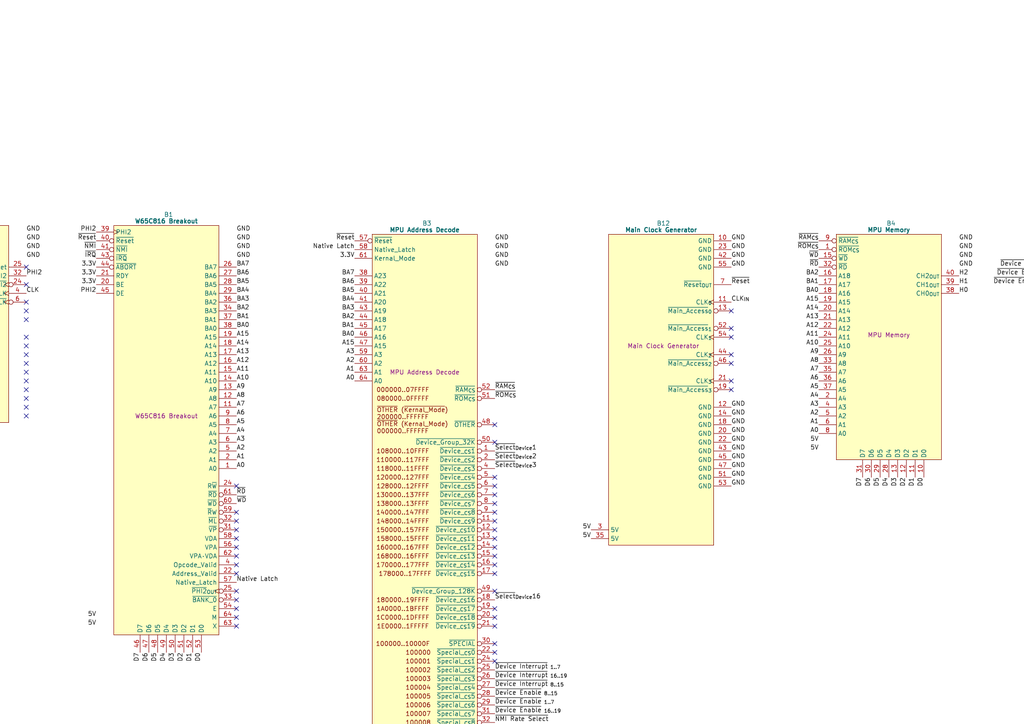
<source format=kicad_sch>
(kicad_sch (version 20230121) (generator eeschema)
  (paper "A4")
  (lib_symbols
    (symbol "Connector:Conn_01x40_Socket" (pin_names (offset 1.016) hide)
      (property "Reference" "J" (at 0 50.8 0))
      (property "Value" "Conn_01x40_Socket" (at 0 -53.34 0))
      (symbol "Conn_01x40_Socket_1_1"
        (pin passive line (at -5.08 48.26 0) (length 3.81) (name "Pin_1") (number "1"))
        (pin passive line (at -5.08 25.4 0) (length 3.81) (name "Pin_10") (number "10"))
        (pin passive line (at -5.08 22.86 0) (length 3.81) (name "Pin_11") (number "11"))
        (pin passive line (at -5.08 20.32 0) (length 3.81) (name "Pin_12") (number "12"))
        (pin passive line (at -5.08 17.78 0) (length 3.81) (name "Pin_13") (number "13"))
        (pin passive line (at -5.08 15.24 0) (length 3.81) (name "Pin_14") (number "14"))
        (pin passive line (at -5.08 12.7 0) (length 3.81) (name "Pin_15") (number "15"))
        (pin passive line (at -5.08 10.16 0) (length 3.81) (name "Pin_16") (number "16"))
        (pin passive line (at -5.08 7.62 0) (length 3.81) (name "Pin_17") (number "17"))
        (pin passive line (at -5.08 5.08 0) (length 3.81) (name "Pin_18") (number "18"))
        (pin passive line (at -5.08 2.54 0) (length 3.81) (name "Pin_19") (number "19"))
        (pin passive line (at -5.08 45.72 0) (length 3.81) (name "Pin_2") (number "2"))
        (pin passive line (at -5.08 0 0) (length 3.81) (name "Pin_20") (number "20"))
        (pin passive line (at -5.08 -2.54 0) (length 3.81) (name "Pin_21") (number "21"))
        (pin passive line (at -5.08 -5.08 0) (length 3.81) (name "Pin_22") (number "22"))
        (pin passive line (at -5.08 -7.62 0) (length 3.81) (name "Pin_23") (number "23"))
        (pin passive line (at -5.08 -10.16 0) (length 3.81) (name "Pin_24") (number "24"))
        (pin passive line (at -5.08 -12.7 0) (length 3.81) (name "Pin_25") (number "25"))
        (pin passive line (at -5.08 -15.24 0) (length 3.81) (name "Pin_26") (number "26"))
        (pin passive line (at -5.08 -17.78 0) (length 3.81) (name "Pin_27") (number "27"))
        (pin passive line (at -5.08 -20.32 0) (length 3.81) (name "Pin_28") (number "28"))
        (pin passive line (at -5.08 -22.86 0) (length 3.81) (name "Pin_29") (number "29"))
        (pin passive line (at -5.08 43.18 0) (length 3.81) (name "Pin_3") (number "3"))
        (pin passive line (at -5.08 -25.4 0) (length 3.81) (name "Pin_30") (number "30"))
        (pin passive line (at -5.08 -27.94 0) (length 3.81) (name "Pin_31") (number "31"))
        (pin passive line (at -5.08 -30.48 0) (length 3.81) (name "Pin_32") (number "32"))
        (pin passive line (at -5.08 -33.02 0) (length 3.81) (name "Pin_33") (number "33"))
        (pin passive line (at -5.08 -35.56 0) (length 3.81) (name "Pin_34") (number "34"))
        (pin passive line (at -5.08 -38.1 0) (length 3.81) (name "Pin_35") (number "35"))
        (pin passive line (at -5.08 -40.64 0) (length 3.81) (name "Pin_36") (number "36"))
        (pin passive line (at -5.08 -43.18 0) (length 3.81) (name "Pin_37") (number "37"))
        (pin passive line (at -5.08 -45.72 0) (length 3.81) (name "Pin_38") (number "38"))
        (pin passive line (at -5.08 -48.26 0) (length 3.81) (name "Pin_39") (number "39"))
        (pin passive line (at -5.08 40.64 0) (length 3.81) (name "Pin_4") (number "4"))
        (pin passive line (at -5.08 -50.8 0) (length 3.81) (name "Pin_40") (number "40"))
        (pin passive line (at -5.08 38.1 0) (length 3.81) (name "Pin_5") (number "5"))
        (pin passive line (at -5.08 35.56 0) (length 3.81) (name "Pin_6") (number "6"))
        (pin passive line (at -5.08 33.02 0) (length 3.81) (name "Pin_7") (number "7"))
        (pin passive line (at -5.08 30.48 0) (length 3.81) (name "Pin_8") (number "8"))
        (pin passive line (at -5.08 27.94 0) (length 3.81) (name "Pin_9") (number "9"))
      )
    )
    (symbol "Diodes_Inc:AP7365-33WG-7" (pin_names (offset 0.762))
      (property "Reference" "IC" (at 12.7 5.08 0))
      (property "Value" "AP7365-33WG-7" (at 12.7 3.175 0))
      (property "Description" "3.3V LDO voltage regulator" (at 12.7 -8.255 0))
      (symbol "AP7365-33WG-7_0_0"
        (pin passive line (at 0 0 0) (length 5.08) (name "VIN") (number "1"))
        (pin passive line (at 0 -5.08 0) (length 5.08) (name "GND") (number "2"))
        (pin input line (at 0 -2.54 0) (length 5.08) (name "EN") (number "3"))
        (pin passive line (at 25.4 -5.08 180) (length 5.08) (name "ADJ") (number "4"))
        (pin passive line (at 25.4 0 180) (length 5.08) (name "VOUT") (number "5"))
      )
    )
    (symbol "HCP65:C_0805" (pin_numbers hide) (pin_names (offset 0.254) hide)
      (property "Reference" "C" (at 2.286 2.54 0))
      (property "Value" "?μF" (at 2.54 -2.54 0))
      (symbol "C_0805_1_1"
        (pin passive line (at 0 0 0) (length 2.032) (name "~") (number "1"))
        (pin passive line (at 5.08 0 180) (length 2.032) (name "~") (number "2"))
      )
    )
    (symbol "HCP65:C_Polarized" (pin_numbers hide) (pin_names (offset 0.254))
      (property "Reference" "C" (at 0.635 2.54 0))
      (property "Description" "?μF" (at 0.635 -2.54 0))
      (symbol "C_Polarized_1_1"
        (pin passive line (at 0 3.81 270) (length 2.794) (name "~") (number "1"))
        (pin passive line (at 0 -3.81 90) (length 2.794) (name "~") (number "2"))
      )
    )
    (symbol "HCP65:Device_Interrupts"
      (property "Reference" "B" (at 15.875 5.08 0))
      (property "Value" "Device Interrupts" (at 15.24 3.175 0))
      (property "Description" "Device Interrupts" (at 15.24 -17.78 0))
      (symbol "Device_Interrupts_1_0"
        (pin input inverted (at -5.08 -106.68 0) (length 5.08) (name "~{Enable}_15") (number "32"))
        (pin input inverted (at -5.08 -104.14 0) (length 5.08) (name "~{Enable}_14") (number "33"))
        (pin input inverted (at -5.08 -101.6 0) (length 5.08) (name "~{Enable}_13") (number "34"))
        (pin input inverted (at -5.08 -99.06 0) (length 5.08) (name "~{Enable}_12") (number "36"))
        (pin input inverted (at -5.08 -96.52 0) (length 5.08) (name "~{Enable}_11") (number "37"))
        (pin input inverted (at -5.08 -93.98 0) (length 5.08) (name "~{Enable}_10") (number "38"))
        (pin input inverted (at -5.08 -91.44 0) (length 5.08) (name "~{Enable}_9") (number "39"))
        (pin input inverted (at -5.08 -78.74 0) (length 5.08) (name "~{Enable}_4") (number "45"))
        (pin input inverted (at -5.08 -53.34 0) (length 5.08) (name "~{Interrupt}_14") (number "54"))
        (pin input inverted (at -5.08 -50.8 0) (length 5.08) (name "~{Interrupt}_13") (number "56"))
        (pin input inverted (at -5.08 -48.26 0) (length 5.08) (name "~{Interrupt}_12") (number "57"))
        (pin input inverted (at -5.08 -45.72 0) (length 5.08) (name "~{Interrupt}_11") (number "58"))
        (pin input inverted (at -5.08 -43.18 0) (length 5.08) (name "~{Interrupt}_10") (number "59"))
        (pin input inverted (at -5.08 -40.64 0) (length 5.08) (name "~{Interrupt}_9") (number "60"))
        (pin input inverted (at -5.08 -38.1 0) (length 5.08) (name "~{Interrupt}_8") (number "61"))
      )
      (symbol "Device_Interrupts_1_1"
        (pin input inverted (at -5.08 -27.94 0) (length 5.08) (name "~{Interrupt}_4") (number "1"))
        (pin passive line (at 35.56 0 180) (length 5.08) hide (name "GND") (number "10"))
        (pin tri_state line (at 25.4 -129.54 90) (length 5.08) (name "D0") (number "11"))
        (pin tri_state line (at 22.86 -129.54 90) (length 5.08) (name "D1") (number "12"))
        (pin tri_state line (at 20.32 -129.54 90) (length 5.08) (name "D2") (number "13"))
        (pin tri_state line (at 17.78 -129.54 90) (length 5.08) (name "D3") (number "14"))
        (pin tri_state line (at 15.24 -129.54 90) (length 5.08) (name "D4") (number "15"))
        (pin tri_state line (at 12.7 -129.54 90) (length 5.08) (name "D5") (number "16"))
        (pin tri_state line (at 10.16 -129.54 90) (length 5.08) (name "D6") (number "17"))
        (pin tri_state line (at 7.62 -129.54 90) (length 5.08) (name "D7") (number "18"))
        (pin input inverted (at -5.08 -2.54 0) (length 5.08) (name "~{Interrupts}_1..7") (number "19"))
        (pin input inverted (at -5.08 -25.4 0) (length 5.08) (name "~{Interrupt}_3") (number "2"))
        (pin input inverted (at -5.08 -5.08 0) (length 5.08) (name "~{Interrupts}_8..15") (number "20"))
        (pin input inverted (at -5.08 -7.62 0) (length 5.08) (name "~{Interrupts}_16..19") (number "21"))
        (pin input inverted (at -5.08 -10.16 0) (length 5.08) (name "~{Enables}_1..7") (number "22"))
        (pin passive line (at 35.56 -2.54 180) (length 5.08) hide (name "GND") (number "23"))
        (pin input inverted (at -5.08 -12.7 0) (length 5.08) (name "~{Enables}_8..15") (number "24"))
        (pin input inverted (at -5.08 -15.24 0) (length 5.08) (name "~{Enables}_16..19") (number "25"))
        (pin input inverted (at -5.08 0 0) (length 5.08) (name "~{RD}") (number "26"))
        (pin no_connect line (at 35.56 -17.78 180) (length 5.08) hide (name "N.C.") (number "27"))
        (pin input inverted (at -5.08 -116.84 0) (length 5.08) (name "~{Enable}_19") (number "28"))
        (pin input inverted (at -5.08 -114.3 0) (length 5.08) (name "~{Enable}_18") (number "29"))
        (pin passive line (at -5.08 -119.38 0) (length 5.08) hide (name "5V") (number "3"))
        (pin input inverted (at -5.08 -111.76 0) (length 5.08) (name "~{Enable}_17") (number "30"))
        (pin input inverted (at -5.08 -109.22 0) (length 5.08) (name "~{Enable}_16") (number "31"))
        (pin passive line (at -5.08 -121.92 0) (length 5.08) hide (name "5V") (number "35"))
        (pin input inverted (at -5.08 -22.86 0) (length 5.08) (name "~{Interrupt}_2") (number "4"))
        (pin input inverted (at -5.08 -88.9 0) (length 5.08) (name "~{Enable}_8") (number "40"))
        (pin input inverted (at -5.08 -86.36 0) (length 5.08) (name "~{Enable}_7") (number "41"))
        (pin passive line (at 35.56 -5.08 180) (length 5.08) hide (name "GND") (number "42"))
        (pin input inverted (at -5.08 -83.82 0) (length 5.08) (name "~{Enable}_6") (number "43"))
        (pin input inverted (at -5.08 -81.28 0) (length 5.08) (name "~{Enable}_5") (number "44"))
        (pin input inverted (at -5.08 -76.2 0) (length 5.08) (name "~{Enable}_3") (number "46"))
        (pin input inverted (at -5.08 -73.66 0) (length 5.08) (name "~{Enable}_2") (number "47"))
        (pin input inverted (at -5.08 -71.12 0) (length 5.08) (name "~{Enable}_1") (number "48"))
        (pin input inverted (at -5.08 -66.04 0) (length 5.08) (name "~{Interrupt}_19") (number "49"))
        (pin input inverted (at -5.08 -20.32 0) (length 5.08) (name "~{Interrupt}_1") (number "5"))
        (pin input inverted (at -5.08 -63.5 0) (length 5.08) (name "~{Interrupt}_18") (number "50"))
        (pin input inverted (at -5.08 -60.96 0) (length 5.08) (name "~{Interrupt}_17") (number "51"))
        (pin input inverted (at -5.08 -58.42 0) (length 5.08) (name "~{Interrupt}_16") (number "52"))
        (pin input inverted (at -5.08 -55.88 0) (length 5.08) (name "~{Interrupt}_15") (number "53"))
        (pin passive line (at 35.56 -7.62 180) (length 5.08) hide (name "GND") (number "55"))
        (pin output inverted (at 35.56 -20.32 180) (length 5.08) (name "~{INT}") (number "6"))
        (pin input inverted (at -5.08 -35.56 0) (length 5.08) (name "~{Interrupt}_7") (number "62"))
        (pin input inverted (at -5.08 -33.02 0) (length 5.08) (name "~{Interrupt}_6") (number "63"))
        (pin input inverted (at -5.08 -30.48 0) (length 5.08) (name "~{Interrupt}_5") (number "64"))
        (pin no_connect line (at 35.56 -10.16 180) (length 5.08) hide (name "N.C.") (number "7"))
        (pin no_connect line (at 35.56 -12.7 180) (length 5.08) hide (name "N.C.") (number "8"))
        (pin no_connect line (at 35.56 -15.24 180) (length 5.08) hide (name "N.C.") (number "9"))
      )
    )
    (symbol "HCP65:Device_Reset"
      (property "Reference" "B" (at 15.875 5.08 0))
      (property "Value" "Device Reset" (at 15.24 3.175 0))
      (property "Description" "Device Reset" (at 12.7 -27.94 0))
      (symbol "Device_Reset_1_0"
        (pin output inverted (at 35.56 -40.64 180) (length 5.08) (name "~{Reset}_13") (number "32"))
        (pin output inverted (at 35.56 -43.18 180) (length 5.08) (name "~{Reset}_14") (number "33"))
        (pin passive line (at 35.56 -7.62 180) (length 5.08) hide (name "GND") (number "34"))
        (pin output inverted (at 35.56 -45.72 180) (length 5.08) (name "~{Reset}_15") (number "35"))
        (pin output inverted (at 35.56 -17.78 180) (length 5.08) (name "~{Reset}_4") (number "36"))
        (pin output inverted (at 35.56 -20.32 180) (length 5.08) (name "~{Reset}_5") (number "37"))
        (pin output inverted (at 35.56 -22.86 180) (length 5.08) (name "~{Reset}_6") (number "38"))
        (pin output inverted (at 35.56 -25.4 180) (length 5.08) (name "~{Reset}_7") (number "39"))
      )
      (symbol "Device_Reset_1_1"
        (pin output inverted (at 35.56 -10.16 180) (length 5.08) (name "~{Reset}_1") (number "1"))
        (pin no_connect line (at -5.08 -53.34 0) (length 5.08) hide (name "N.C.") (number "10"))
        (pin tri_state line (at 25.4 -66.04 90) (length 5.08) (name "D0") (number "11"))
        (pin tri_state line (at 22.86 -66.04 90) (length 5.08) (name "D1") (number "12"))
        (pin tri_state line (at 20.32 -66.04 90) (length 5.08) (name "D2") (number "13"))
        (pin passive line (at 35.56 -2.54 180) (length 5.08) hide (name "GND") (number "14"))
        (pin tri_state line (at 17.78 -66.04 90) (length 5.08) (name "D3") (number "15"))
        (pin tri_state line (at 15.24 -66.04 90) (length 5.08) (name "D4") (number "16"))
        (pin tri_state line (at 12.7 -66.04 90) (length 5.08) (name "D5") (number "17"))
        (pin tri_state line (at 10.16 -66.04 90) (length 5.08) (name "D6") (number "18"))
        (pin tri_state line (at 7.62 -66.04 90) (length 5.08) (name "D7") (number "19"))
        (pin output inverted (at 35.56 -12.7 180) (length 5.08) (name "~{Reset}_2") (number "2"))
        (pin input inverted (at -5.08 -2.54 0) (length 5.08) (name "~{WD}") (number "20"))
        (pin input inverted_clock (at -5.08 -5.08 0) (length 5.08) (name "~{CLK}") (number "21"))
        (pin input inverted (at -5.08 -12.7 0) (length 5.08) (name "~{Enables}_16..19") (number "22"))
        (pin passive line (at -5.08 -58.42 0) (length 5.08) hide (name "5V") (number "23"))
        (pin input inverted (at -5.08 -10.16 0) (length 5.08) (name "~{Enables}_8..15") (number "24"))
        (pin input inverted (at -5.08 -7.62 0) (length 5.08) (name "~{Enables}_1..7") (number "25"))
        (pin output inverted (at 35.56 -55.88 180) (length 5.08) (name "~{Reset}_19") (number "26"))
        (pin passive line (at 35.56 -5.08 180) (length 5.08) hide (name "GND") (number "27"))
        (pin output inverted (at 35.56 -53.34 180) (length 5.08) (name "~{Reset}_18") (number "28"))
        (pin output inverted (at 35.56 -50.8 180) (length 5.08) (name "~{Reset}_17") (number "29"))
        (pin passive line (at -5.08 -55.88 0) (length 5.08) hide (name "5V") (number "3"))
        (pin output inverted (at 35.56 -48.26 180) (length 5.08) (name "~{Reset}_16") (number "30"))
        (pin output inverted (at 35.56 -38.1 180) (length 5.08) (name "~{Reset}_12") (number "31"))
        (pin output inverted (at 35.56 -15.24 180) (length 5.08) (name "~{Reset}_3") (number "4"))
        (pin input inverted (at -5.08 0 0) (length 5.08) (name "~{Reset}") (number "40"))
        (pin output inverted (at 35.56 -27.94 180) (length 5.08) (name "~{Reset}_8") (number "5"))
        (pin output inverted (at 35.56 -30.48 180) (length 5.08) (name "~{Reset}_9") (number "6"))
        (pin passive line (at 35.56 0 180) (length 5.08) hide (name "GND") (number "7"))
        (pin output inverted (at 35.56 -33.02 180) (length 5.08) (name "~{Reset}_10") (number "8"))
        (pin output inverted (at 35.56 -35.56 180) (length 5.08) (name "~{Reset}_11") (number "9"))
      )
    )
    (symbol "HCP65:LED" (pin_numbers hide) (pin_names (offset 0.254) hide)
      (property "Reference" "LED" (at -1.27 3.175 0))
      (property "Description" "Colour" (at 0 -2.54 0))
      (symbol "LED_1_1"
        (pin passive line (at -2.54 0 0) (length 1.778) (name "K") (number "1"))
        (pin passive line (at 2.54 0 180) (length 1.778) (name "A") (number "2"))
      )
    )
    (symbol "HCP65:MPU_Address_Decode"
      (property "Reference" "B" (at 15.875 5.08 0))
      (property "Value" "MPU Address Decode" (at 15.24 3.175 0))
      (property "Description" "MPU Address Decode" (at 15.24 -38.1 0))
      (symbol "MPU_Address_Decode_1_0"
        (pin output inverted (at 35.56 -139.7 180) (length 5.08) (name "~{Special__{CS}8}") (number "32"))
        (pin output inverted (at 35.56 -142.24 180) (length 5.08) (name "~{Special__{CS}9}") (number "33"))
        (pin output inverted (at 35.56 -144.78 180) (length 5.08) (name "~{Special__{CS}10}") (number "34"))
        (pin output inverted (at 35.56 -147.32 180) (length 5.08) (name "~{Special__{CS}11}") (number "36"))
        (pin output inverted (at 35.56 -149.86 180) (length 5.08) (name "~{Special__{CS}12}") (number "37"))
        (pin input line (at -5.08 -10.16 0) (length 5.08) (name "A23") (number "38"))
        (pin input line (at -5.08 -12.7 0) (length 5.08) (name "A22") (number "39"))
        (pin input line (at -5.08 -25.4 0) (length 5.08) (name "A17") (number "45"))
        (pin output inverted (at 35.56 -154.94 180) (length 5.08) (name "~{Special__{CS}14}") (number "54"))
        (pin output inverted (at 35.56 -157.48 180) (length 5.08) (name "~{Special__{CS}15}") (number "56"))
        (pin input inverted (at -5.08 0 0) (length 5.08) (name "~{Reset}") (number "57"))
        (pin input line (at -5.08 -2.54 0) (length 5.08) (name "Native_Latch") (number "58"))
        (pin input line (at -5.08 -33.02 0) (length 5.08) (name "A3") (number "59"))
        (pin input line (at -5.08 -35.56 0) (length 5.08) (name "A2") (number "60"))
        (pin input line (at -5.08 -5.08 0) (length 5.08) (name "Kernal_Mode") (number "61"))
      )
      (symbol "MPU_Address_Decode_1_1"
        (text "000000..07FFFF" (at 8.89 -43.18 0) (effects (font (size 1.27 1.27))))
        (text "080000..0FFFFF" (at 8.89 -45.72 0) (effects (font (size 1.27 1.27))))
        (text "100000" (at 13.335 -119.38 0) (effects (font (size 1.27 1.27))))
        (text "100000..10000F" (at 8.89 -116.84 0) (effects (font (size 1.27 1.27))))
        (text "100001" (at 13.335 -121.92 0) (effects (font (size 1.27 1.27))))
        (text "100002" (at 13.335 -124.46 0) (effects (font (size 1.27 1.27))))
        (text "100003" (at 13.335 -127 0) (effects (font (size 1.27 1.27))))
        (text "100004" (at 13.335 -129.54 0) (effects (font (size 1.27 1.27))))
        (text "100005" (at 13.335 -132.08 0) (effects (font (size 1.27 1.27))))
        (text "100006" (at 13.335 -134.62 0) (effects (font (size 1.27 1.27))))
        (text "100007" (at 13.335 -137.16 0) (effects (font (size 1.27 1.27))))
        (text "100008" (at 13.335 -139.7 0) (effects (font (size 1.27 1.27))))
        (text "100009" (at 13.335 -142.24 0) (effects (font (size 1.27 1.27))))
        (text "10000A" (at 13.335 -144.78 0) (effects (font (size 1.27 1.27))))
        (text "10000B" (at 13.335 -147.32 0) (effects (font (size 1.27 1.27))))
        (text "10000C" (at 13.335 -149.86 0) (effects (font (size 1.27 1.27))))
        (text "10000D" (at 13.335 -152.4 0) (effects (font (size 1.27 1.27))))
        (text "10000E" (at 13.335 -154.94 0) (effects (font (size 1.27 1.27))))
        (text "10000F" (at 13.335 -157.48 0) (effects (font (size 1.27 1.27))))
        (text "108000..10FFFF" (at 8.89 -60.96 0) (effects (font (size 1.27 1.27))))
        (text "110000..117FFF" (at 8.89 -63.5 0) (effects (font (size 1.27 1.27))))
        (text "118000..11FFFF" (at 8.89 -66.04 0) (effects (font (size 1.27 1.27))))
        (text "120000..127FFF" (at 8.89 -68.58 0) (effects (font (size 1.27 1.27))))
        (text "128000..12FFFF" (at 8.89 -71.12 0) (effects (font (size 1.27 1.27))))
        (text "130000..137FFF" (at 8.89 -73.66 0) (effects (font (size 1.27 1.27))))
        (text "138000..13FFFF" (at 8.89 -76.2 0) (effects (font (size 1.27 1.27))))
        (text "140000..147FFF" (at 8.89 -78.74 0) (effects (font (size 1.27 1.27))))
        (text "148000..14FFFF" (at 8.89 -81.28 0) (effects (font (size 1.27 1.27))))
        (text "150000..157FFF" (at 8.89 -83.82 0) (effects (font (size 1.27 1.27))))
        (text "158000..15FFFF" (at 8.89 -86.36 0) (effects (font (size 1.27 1.27))))
        (text "160000..167FFF" (at 8.89 -88.9 0) (effects (font (size 1.27 1.27))))
        (text "168000..16FFFF" (at 8.89 -91.44 0) (effects (font (size 1.27 1.27))))
        (text "170000..177FFF" (at 8.89 -93.98 0) (effects (font (size 1.27 1.27))))
        (text "178000..17FFFF" (at 9.525 -96.52 0) (effects (font (size 1.27 1.27))))
        (text "180000..19FFFF" (at 8.89 -104.14 0) (effects (font (size 1.27 1.27))))
        (text "1A0000..1BFFFF" (at 8.89 -106.68 0) (effects (font (size 1.27 1.27))))
        (text "1C0000..1DFFFF" (at 8.89 -109.22 0) (effects (font (size 1.27 1.27))))
        (text "1E0000..1FFFFF" (at 8.89 -111.76 0) (effects (font (size 1.27 1.27))))
        (text "~{OTHER} (~{Kernal_Mode})\n200000..FFFFFF\n~{OTHER} (Kernal_Mode)\n000000..FFFFFF" (at 1.27 -52.07 0) (effects (font (size 1.27 1.27)) (justify left)))
        (pin output inverted (at 35.56 -60.96 180) (length 5.08) (name "~{Device__{CS}1}") (number "1"))
        (pin passive line (at 35.56 0 180) (length 5.08) hide (name "GND") (number "10"))
        (pin output inverted (at 35.56 -81.28 180) (length 5.08) (name "~{Device__{CS}9}") (number "11"))
        (pin output inverted (at 35.56 -83.82 180) (length 5.08) (name "~{Device__{CS}10}") (number "12"))
        (pin output inverted (at 35.56 -86.36 180) (length 5.08) (name "~{Device__{CS}11}") (number "13"))
        (pin output inverted (at 35.56 -88.9 180) (length 5.08) (name "~{Device__{CS}12}") (number "14"))
        (pin output inverted (at 35.56 -91.44 180) (length 5.08) (name "~{Device__{CS}13}") (number "15"))
        (pin output inverted (at 35.56 -93.98 180) (length 5.08) (name "~{Device__{CS}14}") (number "16"))
        (pin output inverted (at 35.56 -96.52 180) (length 5.08) (name "~{Device__{CS}15}") (number "17"))
        (pin output inverted (at 35.56 -104.14 180) (length 5.08) (name "~{Device__{CS}16}") (number "18"))
        (pin output inverted (at 35.56 -106.68 180) (length 5.08) (name "~{Device__{CS}17}") (number "19"))
        (pin output inverted (at 35.56 -63.5 180) (length 5.08) (name "~{Device__{CS}2}") (number "2"))
        (pin output inverted (at 35.56 -109.22 180) (length 5.08) (name "~{Device__{CS}18}") (number "20"))
        (pin output inverted (at 35.56 -111.76 180) (length 5.08) (name "~{Device__{CS}19}") (number "21"))
        (pin output inverted (at 35.56 -119.38 180) (length 5.08) (name "~{Special__{CS}0}") (number "22"))
        (pin passive line (at 35.56 -2.54 180) (length 5.08) hide (name "GND") (number "23"))
        (pin output inverted (at 35.56 -121.92 180) (length 5.08) (name "~{Special__{CS}1}") (number "24"))
        (pin output inverted (at 35.56 -124.46 180) (length 5.08) (name "~{Special__{CS}2}") (number "25"))
        (pin output inverted (at 35.56 -127 180) (length 5.08) (name "~{Special__{CS}3}") (number "26"))
        (pin output inverted (at 35.56 -129.54 180) (length 5.08) (name "~{Special__{CS}4}") (number "27"))
        (pin output inverted (at 35.56 -132.08 180) (length 5.08) (name "~{Special__{CS}5}") (number "28"))
        (pin output inverted (at 35.56 -134.62 180) (length 5.08) (name "~{Special__{CS}6}") (number "29"))
        (pin passive line (at -5.08 -160.02 0) (length 5.08) hide (name "5V") (number "3"))
        (pin output inverted (at 35.56 -116.84 180) (length 5.08) (name "~{SPECIAL}") (number "30"))
        (pin output inverted (at 35.56 -137.16 180) (length 5.08) (name "~{Special__{CS}7}") (number "31"))
        (pin passive line (at -5.08 -162.56 0) (length 5.08) hide (name "5V") (number "35"))
        (pin output inverted (at 35.56 -66.04 180) (length 5.08) (name "~{Device__{CS}3}") (number "4"))
        (pin input line (at -5.08 -15.24 0) (length 5.08) (name "A21") (number "40"))
        (pin input line (at -5.08 -17.78 0) (length 5.08) (name "A20") (number "41"))
        (pin passive line (at 35.56 -5.08 180) (length 5.08) hide (name "GND") (number "42"))
        (pin input line (at -5.08 -20.32 0) (length 5.08) (name "A19") (number "43"))
        (pin input line (at -5.08 -22.86 0) (length 5.08) (name "A18") (number "44"))
        (pin input line (at -5.08 -27.94 0) (length 5.08) (name "A16") (number "46"))
        (pin input line (at -5.08 -30.48 0) (length 5.08) (name "A15") (number "47"))
        (pin output inverted (at 35.56 -53.34 180) (length 5.08) (name "~{OTHER}") (number "48"))
        (pin output inverted (at 35.56 -101.6 180) (length 5.08) (name "~{Device_Group_128K}") (number "49"))
        (pin output inverted (at 35.56 -68.58 180) (length 5.08) (name "~{Device__{CS}4}") (number "5"))
        (pin output inverted (at 35.56 -58.42 180) (length 5.08) (name "~{Device_Group_32K}") (number "50"))
        (pin output inverted (at 35.56 -45.72 180) (length 5.08) (name "~{ROM_{CS}}") (number "51"))
        (pin output inverted (at 35.56 -43.18 180) (length 5.08) (name "~{RAM_{CS}}") (number "52"))
        (pin output inverted (at 35.56 -152.4 180) (length 5.08) (name "~{Special__{CS}13}") (number "53"))
        (pin passive line (at 35.56 -7.62 180) (length 5.08) hide (name "GND") (number "55"))
        (pin output inverted (at 35.56 -71.12 180) (length 5.08) (name "~{Device__{CS}5}") (number "6"))
        (pin no_connect line (at 35.56 -10.16 180) (length 5.08) hide (name "N.C.") (number "62"))
        (pin input line (at -5.08 -38.1 0) (length 5.08) (name "A1") (number "63"))
        (pin input line (at -5.08 -40.64 0) (length 5.08) (name "A0") (number "64"))
        (pin output inverted (at 35.56 -73.66 180) (length 5.08) (name "~{Device__{CS}6}") (number "7"))
        (pin output inverted (at 35.56 -76.2 180) (length 5.08) (name "~{Device__{CS}7}") (number "8"))
        (pin output inverted (at 35.56 -78.74 180) (length 5.08) (name "~{Device__{CS}8}") (number "9"))
      )
    )
    (symbol "HCP65:MPU_Memory"
      (property "Reference" "B" (at 15.875 5.08 0))
      (property "Value" "MPU Memory" (at 15.24 3.175 0))
      (property "Description" "MPU Memory" (at 15.24 -27.305 0))
      (symbol "MPU_Memory_1_0"
        (pin input inverted (at -5.08 -7.62 0) (length 5.08) (name "~{RD}") (number "32"))
        (pin input line (at -5.08 -35.56 0) (length 5.08) (name "A8") (number "33"))
        (pin passive line (at 35.56 -7.62 180) (length 5.08) hide (name "GND") (number "34"))
        (pin input line (at -5.08 -38.1 0) (length 5.08) (name "A7") (number "35"))
        (pin input line (at -5.08 -40.64 0) (length 5.08) (name "A6") (number "36"))
        (pin input line (at -5.08 -43.18 0) (length 5.08) (name "A5") (number "37"))
        (pin output line (at 35.56 -15.24 180) (length 5.08) (name "CH0_{OUT}") (number "38"))
        (pin output line (at 35.56 -12.7 180) (length 5.08) (name "CH1_{OUT}") (number "39"))
      )
      (symbol "MPU_Memory_1_1"
        (pin input inverted (at -5.08 -2.54 0) (length 5.08) (name "~{ROM_{CS}}") (number "1"))
        (pin tri_state line (at 25.4 -68.58 90) (length 5.08) (name "D0") (number "10"))
        (pin tri_state line (at 22.86 -68.58 90) (length 5.08) (name "D1") (number "11"))
        (pin tri_state line (at 20.32 -68.58 90) (length 5.08) (name "D2") (number "12"))
        (pin tri_state line (at 17.78 -68.58 90) (length 5.08) (name "D3") (number "13"))
        (pin passive line (at 35.56 -2.54 180) (length 5.08) hide (name "GND") (number "14"))
        (pin input inverted (at -5.08 -5.08 0) (length 5.08) (name "~{WD}") (number "15"))
        (pin input line (at -5.08 -10.16 0) (length 5.08) (name "A18") (number "16"))
        (pin input line (at -5.08 -12.7 0) (length 5.08) (name "A17") (number "17"))
        (pin input line (at -5.08 -15.24 0) (length 5.08) (name "A16") (number "18"))
        (pin input line (at -5.08 -17.78 0) (length 5.08) (name "A15") (number "19"))
        (pin input line (at -5.08 -45.72 0) (length 5.08) (name "A4") (number "2"))
        (pin input line (at -5.08 -20.32 0) (length 5.08) (name "A14") (number "20"))
        (pin input line (at -5.08 -22.86 0) (length 5.08) (name "A13") (number "21"))
        (pin input line (at -5.08 -25.4 0) (length 5.08) (name "A12") (number "22"))
        (pin passive line (at -5.08 -60.96 0) (length 5.08) hide (name "5V") (number "23"))
        (pin input line (at -5.08 -27.94 0) (length 5.08) (name "A11") (number "24"))
        (pin input line (at -5.08 -30.48 0) (length 5.08) (name "A10") (number "25"))
        (pin input line (at -5.08 -33.02 0) (length 5.08) (name "A9") (number "26"))
        (pin passive line (at 35.56 -5.08 180) (length 5.08) hide (name "GND") (number "27"))
        (pin tri_state line (at 15.24 -68.58 90) (length 5.08) (name "D4") (number "28"))
        (pin tri_state line (at 12.7 -68.58 90) (length 5.08) (name "D5") (number "29"))
        (pin passive line (at -5.08 -58.42 0) (length 5.08) hide (name "5V") (number "3"))
        (pin tri_state line (at 10.16 -68.58 90) (length 5.08) (name "D6") (number "30"))
        (pin tri_state line (at 7.62 -68.58 90) (length 5.08) (name "D7") (number "31"))
        (pin input line (at -5.08 -48.26 0) (length 5.08) (name "A3") (number "4"))
        (pin output line (at 35.56 -10.16 180) (length 5.08) (name "CH2_{OUT}") (number "40"))
        (pin input line (at -5.08 -50.8 0) (length 5.08) (name "A2") (number "5"))
        (pin input line (at -5.08 -53.34 0) (length 5.08) (name "A1") (number "6"))
        (pin passive line (at 35.56 0 180) (length 5.08) hide (name "GND") (number "7"))
        (pin input line (at -5.08 -55.88 0) (length 5.08) (name "A0") (number "8"))
        (pin input inverted (at -5.08 0 0) (length 5.08) (name "~{RAM_{CS}}") (number "9"))
      )
    )
    (symbol "HCP65:MPU_Timer"
      (property "Reference" "B" (at 15.875 5.08 0))
      (property "Value" "MPU Timer" (at 15.24 3.175 0))
      (property "Description" "MPU Timer" (at 14.605 -12.7 0))
      (symbol "MPU_Timer_1_0"
        (pin no_connect line (at 35.56 -27.94 180) (length 5.08) hide (name "N.C.") (number "32"))
      )
      (symbol "MPU_Timer_1_1"
        (pin passive line (at -5.08 -27.94 0) (length 5.08) hide (name "5V") (number "1"))
        (pin tri_state line (at 12.7 -38.1 90) (length 5.08) (name "D5") (number "10"))
        (pin tri_state line (at 15.24 -38.1 90) (length 5.08) (name "D4") (number "11"))
        (pin passive line (at 35.56 -2.54 180) (length 5.08) hide (name "GND") (number "12"))
        (pin tri_state line (at 20.32 -38.1 90) (length 5.08) (name "D3") (number "13"))
        (pin tri_state line (at 17.78 -38.1 90) (length 5.08) (name "D2") (number "14"))
        (pin tri_state line (at 22.86 -38.1 90) (length 5.08) (name "D1") (number "15"))
        (pin tri_state line (at 25.4 -38.1 90) (length 5.08) (name "D0") (number "16"))
        (pin passive line (at -5.08 -30.48 0) (length 5.08) hide (name "5V") (number "17"))
        (pin no_connect line (at -5.08 -12.7 0) (length 5.08) hide (name "N.C.") (number "18"))
        (pin no_connect line (at -5.08 -15.24 0) (length 5.08) hide (name "N.C.") (number "19"))
        (pin input inverted (at -5.08 0 0) (length 5.08) (name "~{Reset}") (number "2"))
        (pin no_connect line (at -5.08 -17.78 0) (length 5.08) hide (name "N.C.") (number "20"))
        (pin passive line (at 35.56 -5.08 180) (length 5.08) hide (name "GND") (number "21"))
        (pin no_connect line (at -5.08 -20.32 0) (length 5.08) hide (name "N.C.") (number "22"))
        (pin no_connect line (at -5.08 -22.86 0) (length 5.08) hide (name "N.C.") (number "23"))
        (pin no_connect line (at 35.56 -12.7 180) (length 5.08) hide (name "N.C.") (number "24"))
        (pin no_connect line (at 35.56 -15.24 180) (length 5.08) hide (name "N.C.") (number "25"))
        (pin output inverted (at 35.56 -10.16 180) (length 5.08) (name "~{Set_Timer}") (number "26"))
        (pin no_connect line (at 35.56 -17.78 180) (length 5.08) hide (name "N.C.") (number "27"))
        (pin passive line (at 35.56 -7.62 180) (length 5.08) hide (name "GND") (number "28"))
        (pin no_connect line (at 35.56 -20.32 180) (length 5.08) hide (name "N.C.") (number "29"))
        (pin input inverted (at -5.08 -2.54 0) (length 5.08) (name "~{RD}") (number "3"))
        (pin no_connect line (at 35.56 -22.86 180) (length 5.08) hide (name "N.C.") (number "30"))
        (pin no_connect line (at 35.56 -25.4 180) (length 5.08) hide (name "N.C.") (number "31"))
        (pin input inverted (at -5.08 -5.08 0) (length 5.08) (name "~{WD}") (number "4"))
        (pin passive line (at 35.56 0 180) (length 5.08) hide (name "GND") (number "5"))
        (pin input clock (at -5.08 -10.16 0) (length 5.08) (name "CLK") (number "6"))
        (pin input inverted (at -5.08 -7.62 0) (length 5.08) (name "~{NMI_Rate_Select}") (number "7"))
        (pin tri_state line (at 7.62 -38.1 90) (length 5.08) (name "D7") (number "8"))
        (pin tri_state line (at 10.16 -38.1 90) (length 5.08) (name "D6") (number "9"))
      )
    )
    (symbol "HCP65:Main_Clock_Generator"
      (property "Reference" "B" (at 15.875 5.08 0))
      (property "Value" "Main Clock Generator" (at 15.24 3.175 0))
      (property "Description" "Main Clock Generator" (at 15.875 -30.48 0))
      (symbol "Main_Clock_Generator_1_0"
        (pin no_connect line (at -5.08 -45.72 0) (length 5.08) hide (name "N.C.") (number "32"))
        (pin no_connect line (at -5.08 -48.26 0) (length 5.08) hide (name "N.C.") (number "33"))
        (pin no_connect line (at -5.08 -50.8 0) (length 5.08) hide (name "N.C.") (number "34"))
        (pin no_connect line (at -5.08 -53.34 0) (length 5.08) hide (name "N.C.") (number "36"))
        (pin no_connect line (at -5.08 -55.88 0) (length 5.08) hide (name "N.C.") (number "37"))
        (pin no_connect line (at -5.08 -58.42 0) (length 5.08) hide (name "N.C.") (number "38"))
        (pin no_connect line (at -5.08 -60.96 0) (length 5.08) hide (name "N.C.") (number "39"))
        (pin passive line (at 35.56 -63.5 180) (length 5.08) (name "GND") (number "45"))
        (pin output clock (at 35.56 -27.94 180) (length 5.08) (name "CLK_{1}") (number "54"))
        (pin no_connect line (at -5.08 -76.2 0) (length 5.08) hide (name "N.C.") (number "56"))
        (pin no_connect line (at -5.08 -78.74 0) (length 5.08) hide (name "N.C.") (number "57"))
        (pin no_connect line (at -5.08 -81.28 0) (length 5.08) hide (name "N.C.") (number "58"))
        (pin no_connect line (at 35.56 -73.66 180) (length 5.08) hide (name "N.C.") (number "59"))
        (pin no_connect line (at 35.56 -76.2 180) (length 5.08) hide (name "N.C.") (number "60"))
        (pin no_connect line (at 35.56 -78.74 180) (length 5.08) hide (name "N.C.") (number "61"))
      )
      (symbol "Main_Clock_Generator_1_1"
        (pin no_connect line (at -5.08 0 0) (length 5.08) hide (name "N.C.") (number "1"))
        (pin passive line (at 35.56 0 180) (length 5.08) (name "GND") (number "10"))
        (pin output clock (at 35.56 -17.78 180) (length 5.08) (name "CLK_{0}") (number "11"))
        (pin passive line (at 35.56 -48.26 180) (length 5.08) (name "GND") (number "12"))
        (pin output inverted (at 35.56 -20.32 180) (length 5.08) (name "~{Main_Access}_{0}") (number "13"))
        (pin passive line (at 35.56 -50.8 180) (length 5.08) (name "GND") (number "14"))
        (pin no_connect line (at -5.08 -17.78 0) (length 5.08) hide (name "N.C.") (number "15"))
        (pin no_connect line (at -5.08 -20.32 0) (length 5.08) hide (name "N.C.") (number "16"))
        (pin no_connect line (at -5.08 -22.86 0) (length 5.08) hide (name "N.C.") (number "17"))
        (pin passive line (at 35.56 -53.34 180) (length 5.08) (name "GND") (number "18"))
        (pin output inverted (at 35.56 -43.18 180) (length 5.08) (name "~{Main_Access}_{3}") (number "19"))
        (pin no_connect line (at -5.08 -2.54 0) (length 5.08) hide (name "N.C.") (number "2"))
        (pin passive line (at 35.56 -55.88 180) (length 5.08) (name "GND") (number "20"))
        (pin output clock (at 35.56 -40.64 180) (length 5.08) (name "CLK_{3}") (number "21"))
        (pin passive line (at 35.56 -58.42 180) (length 5.08) (name "GND") (number "22"))
        (pin passive line (at 35.56 -2.54 180) (length 5.08) (name "GND") (number "23"))
        (pin no_connect line (at -5.08 -25.4 0) (length 5.08) hide (name "N.C.") (number "24"))
        (pin no_connect line (at -5.08 -27.94 0) (length 5.08) hide (name "N.C.") (number "25"))
        (pin no_connect line (at -5.08 -30.48 0) (length 5.08) hide (name "N.C.") (number "26"))
        (pin no_connect line (at -5.08 -33.02 0) (length 5.08) hide (name "N.C.") (number "27"))
        (pin no_connect line (at -5.08 -35.56 0) (length 5.08) hide (name "N.C.") (number "28"))
        (pin no_connect line (at -5.08 -38.1 0) (length 5.08) hide (name "N.C.") (number "29"))
        (pin passive line (at -5.08 -83.82 0) (length 5.08) (name "5V") (number "3"))
        (pin no_connect line (at -5.08 -40.64 0) (length 5.08) hide (name "N.C.") (number "30"))
        (pin no_connect line (at -5.08 -43.18 0) (length 5.08) hide (name "N.C.") (number "31"))
        (pin passive line (at -5.08 -86.36 0) (length 5.08) (name "5V") (number "35"))
        (pin no_connect line (at -5.08 -5.08 0) (length 5.08) hide (name "N.C.") (number "4"))
        (pin no_connect line (at -5.08 -63.5 0) (length 5.08) hide (name "N.C.") (number "40"))
        (pin no_connect line (at -5.08 -66.04 0) (length 5.08) hide (name "N.C.") (number "41"))
        (pin passive line (at 35.56 -5.08 180) (length 5.08) (name "GND") (number "42"))
        (pin passive line (at 35.56 -60.96 180) (length 5.08) (name "GND") (number "43"))
        (pin output clock (at 35.56 -33.02 180) (length 5.08) (name "CLK_{2}") (number "44"))
        (pin output inverted (at 35.56 -35.56 180) (length 5.08) (name "~{Main_Access}_{2}") (number "46"))
        (pin passive line (at 35.56 -66.04 180) (length 5.08) (name "GND") (number "47"))
        (pin no_connect line (at -5.08 -68.58 0) (length 5.08) hide (name "N.C.") (number "48"))
        (pin no_connect line (at -5.08 -71.12 0) (length 5.08) hide (name "N.C.") (number "49"))
        (pin no_connect line (at -5.08 -7.62 0) (length 5.08) hide (name "N.C.") (number "5"))
        (pin no_connect line (at -5.08 -73.66 0) (length 5.08) hide (name "N.C.") (number "50"))
        (pin passive line (at 35.56 -68.58 180) (length 5.08) (name "GND") (number "51"))
        (pin output inverted (at 35.56 -25.4 180) (length 5.08) (name "~{Main_Access}_{1}") (number "52"))
        (pin passive line (at 35.56 -71.12 180) (length 5.08) (name "GND") (number "53"))
        (pin passive line (at 35.56 -7.62 180) (length 5.08) (name "GND") (number "55"))
        (pin no_connect line (at -5.08 -10.16 0) (length 5.08) hide (name "N.C.") (number "6"))
        (pin no_connect line (at 35.56 -81.28 180) (length 5.08) hide (name "N.C.") (number "62"))
        (pin no_connect line (at 35.56 -83.82 180) (length 5.08) hide (name "N.C.") (number "63"))
        (pin no_connect line (at 35.56 -86.36 180) (length 5.08) hide (name "N.C.") (number "64"))
        (pin output line (at 35.56 -12.7 180) (length 5.08) (name "~{Reset}_{OUT}") (number "7"))
        (pin no_connect line (at -5.08 -12.7 0) (length 5.08) hide (name "N.C.") (number "8"))
        (pin no_connect line (at -5.08 -15.24 0) (length 5.08) hide (name "N.C.") (number "9"))
      )
    )
    (symbol "HCP65:MountingHole_Pad" (pin_numbers hide) (pin_names (offset 1.016) hide)
      (property "Reference" "H" (at 0 4.445 0))
      (symbol "MountingHole_Pad_1_1"
        (pin passive line (at 0 -2.54 90) (length 2.54) (name "GND") (number "1"))
      )
    )
    (symbol "HCP65:R_0805" (pin_numbers hide) (pin_names hide)
      (property "Reference" "R" (at 2.54 1.778 0))
      (property "Value" "?Ω" (at 2.54 -1.905 0))
      (symbol "R_0805_1_1"
        (pin passive line (at 0 0 0) (length 0.72) (name "~") (number "1"))
        (pin passive line (at 5.08 0 180) (length 0.72) (name "~") (number "2"))
      )
    )
    (symbol "HCP65:W65C816_Breakout"
      (property "Reference" "B" (at 15.875 5.08 0))
      (property "Value" "W65C816 Breakout" (at 15.24 3.175 0))
      (property "Description" "W65C816 Breakout" (at 15.24 -53.34 0))
      (symbol "W65C816_Breakout_1_1"
        (pin output line (at 35.56 -68.58 180) (length 5.08) (name "A0") (number "1"))
        (pin passive line (at 35.56 0 180) (length 5.08) hide (name "GND") (number "10"))
        (pin output line (at 35.56 -50.8 180) (length 5.08) (name "A7") (number "11"))
        (pin output line (at 35.56 -48.26 180) (length 5.08) (name "A8") (number "12"))
        (pin output line (at 35.56 -45.72 180) (length 5.08) (name "A9") (number "13"))
        (pin output line (at 35.56 -43.18 180) (length 5.08) (name "A10") (number "14"))
        (pin output line (at 35.56 -40.64 180) (length 5.08) (name "A11") (number "15"))
        (pin output line (at 35.56 -38.1 180) (length 5.08) (name "A12") (number "16"))
        (pin output line (at 35.56 -35.56 180) (length 5.08) (name "A13") (number "17"))
        (pin output line (at 35.56 -33.02 180) (length 5.08) (name "A14") (number "18"))
        (pin output line (at 35.56 -30.48 180) (length 5.08) (name "A15") (number "19"))
        (pin output line (at 35.56 -66.04 180) (length 5.08) (name "A1") (number "2"))
        (pin input line (at -5.08 -15.24 0) (length 5.08) (name "BE") (number "20"))
        (pin tri_state line (at -5.08 -12.7 0) (length 5.08) (name "RDY") (number "21"))
        (pin output line (at 35.56 -99.06 180) (length 5.08) (name "Address_Valid") (number "22"))
        (pin passive line (at 35.56 -2.54 180) (length 5.08) hide (name "GND") (number "23"))
        (pin output line (at 35.56 -73.66 180) (length 5.08) (name "R~{W}") (number "24"))
        (pin output inverted_clock (at 35.56 -104.14 180) (length 5.08) (name "~{PHI2}_{OUT}") (number "25"))
        (pin output line (at 35.56 -10.16 180) (length 5.08) (name "BA7") (number "26"))
        (pin output line (at 35.56 -12.7 180) (length 5.08) (name "BA6") (number "27"))
        (pin output line (at 35.56 -15.24 180) (length 5.08) (name "BA5") (number "28"))
        (pin output line (at 35.56 -17.78 180) (length 5.08) (name "BA4") (number "29"))
        (pin passive line (at -5.08 -111.76 0) (length 5.08) hide (name "5V") (number "3"))
        (pin no_connect line (at 35.56 -71.12 180) (length 5.08) hide (name "N.C.") (number "30"))
        (pin output inverted (at 35.56 -86.36 180) (length 5.08) (name "~{VP}") (number "31"))
        (pin output inverted (at 35.56 -83.82 180) (length 5.08) (name "~{ML}") (number "32"))
        (pin output inverted (at 35.56 -106.68 180) (length 5.08) (name "~{BANK_0}") (number "33"))
        (pin output line (at 35.56 -22.86 180) (length 5.08) (name "BA3") (number "34"))
        (pin passive line (at -5.08 -114.3 0) (length 5.08) hide (name "5V") (number "35"))
        (pin output line (at 35.56 -20.32 180) (length 5.08) (name "BA2") (number "36"))
        (pin output line (at 35.56 -25.4 180) (length 5.08) (name "BA1") (number "37"))
        (pin output line (at 35.56 -27.94 180) (length 5.08) (name "BA0") (number "38"))
        (pin input clock (at -5.08 0 0) (length 5.08) (name "PHI2") (number "39"))
        (pin output line (at 35.56 -96.52 180) (length 5.08) (name "Opcode_Valid") (number "4"))
        (pin input inverted (at -5.08 -2.54 0) (length 5.08) (name "~{Reset}") (number "40"))
        (pin input inverted (at -5.08 -5.08 0) (length 5.08) (name "~{NMI}") (number "41"))
        (pin passive line (at 35.56 -5.08 180) (length 5.08) hide (name "GND") (number "42"))
        (pin input inverted (at -5.08 -7.62 0) (length 5.08) (name "~{IRQ}") (number "43"))
        (pin input inverted (at -5.08 -10.16 0) (length 5.08) (name "~{ABORT}") (number "44"))
        (pin input line (at -5.08 -17.78 0) (length 5.08) (name "DE") (number "45"))
        (pin tri_state line (at 7.62 -121.92 90) (length 5.08) (name "D7") (number "46"))
        (pin tri_state line (at 10.16 -121.92 90) (length 5.08) (name "D6") (number "47"))
        (pin tri_state line (at 12.7 -121.92 90) (length 5.08) (name "D5") (number "48"))
        (pin tri_state line (at 15.24 -121.92 90) (length 5.08) (name "D4") (number "49"))
        (pin output line (at 35.56 -63.5 180) (length 5.08) (name "A2") (number "5"))
        (pin tri_state line (at 17.78 -121.92 90) (length 5.08) (name "D3") (number "50"))
        (pin tri_state line (at 20.32 -121.92 90) (length 5.08) (name "D2") (number "51"))
        (pin tri_state line (at 22.86 -121.92 90) (length 5.08) (name "D1") (number "52"))
        (pin tri_state line (at 25.4 -121.92 90) (length 5.08) (name "D0") (number "53"))
        (pin output line (at 35.56 -109.22 180) (length 5.08) (name "E") (number "54"))
        (pin passive line (at 35.56 -7.62 180) (length 5.08) hide (name "GND") (number "55"))
        (pin output line (at 35.56 -91.44 180) (length 5.08) (name "VPA") (number "56"))
        (pin output line (at 35.56 -101.6 180) (length 5.08) (name "Native_Latch") (number "57"))
        (pin output line (at 35.56 -88.9 180) (length 5.08) (name "VDA") (number "58"))
        (pin output inverted (at 35.56 -81.28 180) (length 5.08) (name "~{R}W") (number "59"))
        (pin output line (at 35.56 -60.96 180) (length 5.08) (name "A3") (number "6"))
        (pin output inverted (at 35.56 -78.74 180) (length 5.08) (name "~{WD}") (number "60"))
        (pin output inverted (at 35.56 -76.2 180) (length 5.08) (name "~{RD}") (number "61"))
        (pin output line (at 35.56 -93.98 180) (length 5.08) (name "VPA·VDA") (number "62"))
        (pin output line (at 35.56 -114.3 180) (length 5.08) (name "X") (number "63"))
        (pin output line (at 35.56 -111.76 180) (length 5.08) (name "M") (number "64"))
        (pin output line (at 35.56 -58.42 180) (length 5.08) (name "A4") (number "7"))
        (pin output line (at 35.56 -55.88 180) (length 5.08) (name "A5") (number "8"))
        (pin output line (at 35.56 -53.34 180) (length 5.08) (name "A6") (number "9"))
      )
    )
    (symbol "HCP65:W65C816_Clock_Hold"
      (property "Reference" "B" (at 15.875 5.08 0))
      (property "Value" "W65C816 Clock Hold" (at 15.24 3.175 0))
      (property "Description" "W65C816 Clock Hold" (at 15.24 -27.94 0))
      (symbol "W65C816_Clock_Hold_1_0"
        (text "(~{PHI2})" (at 22.86 -20.32 0) (effects (font (size 1.27 1.27))))
      )
      (symbol "W65C816_Clock_Hold_1_1"
        (text "(PHI2)" (at 22.86 -17.78 0) (effects (font (size 1.27 1.27))))
        (pin passive line (at -5.08 -50.8 0) (length 5.08) hide (name "5V") (number "1"))
        (pin output line (at 35.56 -50.8 180) (length 5.08) hide (name "Hold_Count_{1}D") (number "10"))
        (pin output line (at 35.56 -48.26 180) (length 5.08) hide (name "Hold_Count_{2}D") (number "11"))
        (pin passive line (at 35.56 -2.54 180) (length 5.08) hide (name "GND") (number "12"))
        (pin output line (at 35.56 -45.72 180) (length 5.08) hide (name "Hold_Count_{3}D") (number "13"))
        (pin input line (at -5.08 -15.24 0) (length 5.08) (name "HC_Latch_{2}") (number "14"))
        (pin input line (at -5.08 -12.7 0) (length 5.08) (name "HC_Latch_{3}") (number "15"))
        (pin no_connect line (at -5.08 -48.26 0) (length 5.08) hide (name "N.C.") (number "16"))
        (pin passive line (at -5.08 -53.34 0) (length 5.08) hide (name "5V") (number "17"))
        (pin output line (at 35.56 -22.86 180) (length 5.08) hide (name "CLK_High_Pulse") (number "18"))
        (pin output inverted (at 35.56 -33.02 180) (length 5.08) hide (name "~{HC=CC}") (number "19"))
        (pin input inverted (at -5.08 -5.08 0) (length 5.08) (name "~{Hold_Low}") (number "2"))
        (pin output line (at 35.56 -30.48 180) (length 5.08) hide (name "HC=CC") (number "20"))
        (pin passive line (at 35.56 -5.08 180) (length 5.08) hide (name "GND") (number "21"))
        (pin input line (at -5.08 -17.78 0) (length 5.08) (name "HC_Latch_{1}") (number "22"))
        (pin input line (at -5.08 -20.32 0) (length 5.08) (name "HC_Latch_{0}") (number "23"))
        (pin output inverted_clock (at 35.56 -15.24 180) (length 5.08) (name "~{PHI2}") (number "24"))
        (pin output line (at 35.56 -10.16 180) (length 5.08) (name "Reset") (number "25"))
        (pin output line (at 35.56 -35.56 180) (length 5.08) hide (name "Clk_Count_{3}") (number "26"))
        (pin output line (at 35.56 -38.1 180) (length 5.08) hide (name "Clk_Count_{2}") (number "27"))
        (pin passive line (at 35.56 -7.62 180) (length 5.08) hide (name "GND") (number "28"))
        (pin output line (at 35.56 -40.64 180) (length 5.08) hide (name "Clk_Count_{1}") (number "29"))
        (pin input inverted (at -5.08 -7.62 0) (length 5.08) (name "~{Hold_High}") (number "3"))
        (pin output line (at 35.56 -43.18 180) (length 5.08) hide (name "Clk_Count_{0}") (number "30"))
        (pin output line (at 35.56 -25.4 180) (length 5.08) hide (name "CLK_Low_Pulse") (number "31"))
        (pin output line (at 35.56 -12.7 180) (length 5.08) (name "PHI2") (number "32"))
        (pin output clock (at 35.56 -17.78 180) (length 5.08) (name "CLK") (number "4"))
        (pin passive line (at 35.56 0 180) (length 5.08) hide (name "GND") (number "5"))
        (pin output inverted_clock (at 35.56 -20.32 180) (length 5.08) (name "~{CLK}") (number "6"))
        (pin input inverted (at -5.08 -2.54 0) (length 5.08) (name "~{CLK}_{IN}") (number "7"))
        (pin input inverted (at -5.08 0 0) (length 5.08) (name "~{Reset}") (number "8"))
        (pin output line (at 35.56 -53.34 180) (length 5.08) hide (name "Hold_Count_{0}D") (number "9"))
      )
    )
    (symbol "RS_Components:448-376" (pin_names (offset 0.762))
      (property "Reference" "J" (at 11.43 6.35 0))
      (property "Value" "448-376" (at 11.43 3.81 0))
      (property "Description" "DC socket" (at 11.43 -6.35 0))
      (symbol "448-376_0_0"
        (pin passive line (at 0 -1.27 0) (length 5.08) (name "VCC") (number "A1"))
        (pin passive line (at 22.86 0 180) (length 5.08) (name "GND") (number "B1"))
        (pin passive line (at 22.86 -2.54 180) (length 5.08) (name "GND") (number "C1"))
      )
    )
    (symbol "ST_Microelectronics:1N5819RL" (pin_names (offset 0.762))
      (property "Reference" "D" (at 7.62 6.35 0))
      (property "Value" "1N5819RL" (at 7.62 3.81 0))
      (property "Description" "40V Schottky diode" (at 7.62 -3.81 0))
      (symbol "1N5819RL_0_0"
        (pin passive line (at 0 0 0) (length 2.54) (name "~") (number "1"))
        (pin passive line (at 15.24 0 180) (length 2.54) (name "~") (number "2"))
      )
    )
    (symbol "ST_Microelectronics:LD1117S50C" (pin_names (offset 0.762))
      (property "Reference" "IC" (at 7.62 4.445 0))
      (property "Value" "LD1117S50C" (at 7.62 2.54 0))
      (symbol "LD1117S50C_0_0"
        (pin passive line (at 7.62 -12.7 90) (length 5.08) (name "GND") (number "1"))
      )
      (symbol "LD1117S50C_1_0"
        (pin passive line (at 20.32 0 180) (length 5.08) (name "5.0VOut") (number "2"))
        (pin passive line (at -5.08 0 0) (length 5.08) (name "15VIn") (number "3"))
        (pin no_connect line (at 10.16 -12.7 90) (length 5.08) hide (name "N.C") (number "4"))
      )
    )
    (symbol "TE_Connectivity:A107SYCQ04" (pin_names (offset 0.762))
      (property "Reference" "S" (at 12.7 5.08 0))
      (property "Value" "A107SYCQ04" (at 12.7 3.175 0))
      (property "Description" "toggle switch" (at 12.7 -8.255 0))
      (symbol "A107SYCQ04_0_0"
        (pin passive line (at 25.4 0 180) (length 5.08) (name "P1") (number "1"))
        (pin passive line (at 0 -2.54 0) (length 5.08) (name "CM") (number "2"))
        (pin passive line (at 25.4 -5.08 180) (length 5.08) (name "P2") (number "3"))
      )
    )
  )
  (junction (at -67.31 191.77))
  (junction (at -25.4 191.77))
  (junction (at -34.29 222.25))
  (junction (at -63.5 222.25))
  (junction (at -18.415 191.77))
  (junction (at -34.29 191.77))
  (no_connect (at 68.58 166.37))
  (no_connect (at 68.58 151.13))
  (no_connect (at 347.98 115.57))
  (no_connect (at 389.89 105.41))
  (no_connect (at 347.98 95.25))
  (no_connect (at 143.51 212.09))
  (no_connect (at 68.58 179.07))
  (no_connect (at 389.89 100.33))
  (no_connect (at 389.89 110.49))
  (no_connect (at 68.58 176.53))
  (no_connect (at 143.51 163.83))
  (no_connect (at 212.09 97.79))
  (no_connect (at 143.51 123.19))
  (no_connect (at 68.58 171.45))
  (no_connect (at 7.62 92.71))
  (no_connect (at 7.62 77.47))
  (no_connect (at 68.58 153.67))
  (no_connect (at 143.51 153.67))
  (no_connect (at 389.89 135.89))
  (no_connect (at 347.98 107.95))
  (no_connect (at 389.89 156.21))
  (no_connect (at 389.89 97.79))
  (no_connect (at 212.09 95.25))
  (no_connect (at 389.89 130.81))
  (no_connect (at 389.89 102.87))
  (no_connect (at 143.51 189.23))
  (no_connect (at 143.51 214.63))
  (no_connect (at 143.51 186.69))
  (no_connect (at 389.89 168.91))
  (no_connect (at 7.62 110.49))
  (no_connect (at 347.98 87.63))
  (no_connect (at 347.98 90.17))
  (no_connect (at 347.98 92.71))
  (no_connect (at 347.98 125.73))
  (no_connect (at 347.98 113.03))
  (no_connect (at 347.98 102.87))
  (no_connect (at 347.98 110.49))
  (no_connect (at 143.51 227.33))
  (no_connect (at 389.89 151.13))
  (no_connect (at -111.76 194.31))
  (no_connect (at 389.89 153.67))
  (no_connect (at 7.62 113.03))
  (no_connect (at 389.89 163.83))
  (no_connect (at 347.98 123.19))
  (no_connect (at 347.98 105.41))
  (no_connect (at 143.51 171.45))
  (no_connect (at 7.62 97.79))
  (no_connect (at 143.51 143.51))
  (no_connect (at 212.09 90.17))
  (no_connect (at 7.62 82.55))
  (no_connect (at 143.51 222.25))
  (no_connect (at 143.51 181.61))
  (no_connect (at 68.58 148.59))
  (no_connect (at 389.89 123.19))
  (no_connect (at 7.62 100.33))
  (no_connect (at 7.62 90.17))
  (no_connect (at 68.58 181.61))
  (no_connect (at 347.98 120.65))
  (no_connect (at 389.89 186.69))
  (no_connect (at 143.51 140.97))
  (no_connect (at 7.62 120.65))
  (no_connect (at 143.51 138.43))
  (no_connect (at 389.89 120.65))
  (no_connect (at 389.89 158.75))
  (no_connect (at 7.62 115.57))
  (no_connect (at 7.62 105.41))
  (no_connect (at 389.89 173.99))
  (no_connect (at 389.89 171.45))
  (no_connect (at 389.89 113.03))
  (no_connect (at 143.51 161.29))
  (no_connect (at 143.51 191.77))
  (no_connect (at 143.51 158.75))
  (no_connect (at 212.09 105.41))
  (no_connect (at 389.89 166.37))
  (no_connect (at 347.98 100.33))
  (no_connect (at 68.58 163.83))
  (no_connect (at 143.51 217.17))
  (no_connect (at 143.51 224.79))
  (no_connect (at 143.51 166.37))
  (no_connect (at 143.51 128.27))
  (no_connect (at 143.51 148.59))
  (no_connect (at 389.89 107.95))
  (no_connect (at 389.89 115.57))
  (no_connect (at 143.51 151.13))
  (no_connect (at 7.62 118.11))
  (no_connect (at 7.62 107.95))
  (no_connect (at 143.51 179.07))
  (no_connect (at 68.58 161.29))
  (no_connect (at 389.89 184.15))
  (no_connect (at -38.1 227.33))
  (no_connect (at 143.51 219.71))
  (no_connect (at 68.58 140.97))
  (no_connect (at 389.89 118.11))
  (no_connect (at 212.09 110.49))
  (no_connect (at 347.98 97.79))
  (no_connect (at 389.89 181.61))
  (no_connect (at 143.51 146.05))
  (no_connect (at 68.58 173.99))
  (no_connect (at 389.89 125.73))
  (no_connect (at 68.58 158.75))
  (no_connect (at 212.09 113.03))
  (no_connect (at 143.51 176.53))
  (no_connect (at 7.62 102.87))
  (no_connect (at 143.51 156.21))
  (no_connect (at 389.89 133.35))
  (no_connect (at 68.58 156.21))
  (no_connect (at 212.09 102.87))
  (no_connect (at 389.89 148.59))
  (no_connect (at 7.62 87.63))
  (no_connect (at 389.89 176.53))
  (no_connect (at 389.89 161.29))
  (wire (pts (xy -38.1 222.25) (xy -34.29 222.25)))
  (wire (pts (xy -78.74 222.25) (xy -78.74 227.33)))
  (wire (pts (xy -25.4 191.77) (xy -18.415 191.77)))
  (wire (pts (xy -128.905 189.23) (xy -142.24 189.23)))
  (wire (pts (xy -67.31 204.47) (xy -67.31 199.39)))
  (wire (pts (xy -67.31 191.77) (xy -63.5 191.77)))
  (wire (pts (xy -34.29 191.77) (xy -25.4 191.77)))
  (wire (pts (xy -110.49 189.23) (xy -113.665 189.23)))
  (wire (pts (xy -110.49 194.31) (xy -111.76 194.31)))
  (wire (pts (xy -25.4 193.04) (xy -25.4 191.77)))
  (wire (pts (xy -34.29 227.33) (xy -34.29 222.25)))
  (wire (pts (xy -34.29 191.77) (xy -38.1 191.77)))
  (wire (pts (xy -18.415 191.77) (xy -15.24 191.77)))
  (wire (pts (xy -18.415 198.12) (xy -18.415 198.755)))
  (wire (pts (xy -18.415 203.835) (xy -18.415 204.47)))
  (wire (pts (xy -85.09 191.77) (xy -67.31 191.77)))
  (wire (pts (xy -25.4 204.47) (xy -25.4 198.12)))
  (wire (pts (xy -34.29 199.39) (xy -34.29 204.47)))
  (wire (pts (xy -18.415 191.77) (xy -18.415 193.04)))
  (wire (pts (xy -34.29 222.25) (xy -29.21 222.25)))
  (wire (pts (xy -78.74 227.33) (xy -77.47 227.33)))
  (wire (pts (xy -78.74 222.25) (xy -63.5 222.25)))
  (wire (pts (xy -63.5 222.25) (xy -63.5 224.79)))
  (label "H1" (at -172.72 85.09 0))
  (label "BA1" (at 237.49 82.55 180))
  (label "GND" (at -72.39 227.33 0))
  (label "BA1" (at 102.87 95.25 180))
  (label "Native Latch" (at 68.58 168.91 0))
  (label "A3" (at -113.03 97.79 0))
  (label "GND" (at 278.13 69.85 0))
  (label "GND" (at 143.51 69.85 0))
  (label "~{WD}" (at -83.82 158.75 0))
  (label "BA7" (at 68.58 77.47 0))
  (label "A0" (at 102.87 110.49 180))
  (label "D4" (at -113.03 148.59 0))
  (label "D2" (at 262.89 138.43 270))
  (label "A4" (at 237.49 115.57 180))
  (label "D2" (at -83.82 143.51 0))
  (label "GND" (at -146.05 208.28 270))
  (label "D6" (at 405.13 199.39 270))
  (label "A1" (at -142.24 92.71 0))
  (label "A13" (at -113.03 125.73 0))
  (label "A9" (at -83.82 115.57 0))
  (label "5V" (at 237.49 130.81 180))
  (label "GND" (at 347.98 74.93 0))
  (label "GND" (at -165.1 187.96 180))
  (label "GND" (at 143.51 72.39 0))
  (label "H1" (at -113.03 85.09 0))
  (label "H0" (at -172.72 80.01 0))
  (label "GND" (at -142.24 82.55 0))
  (label "D3" (at 50.8 189.23 270))
  (label "~{Device Interrupt}_{ 16..19}" (at 143.51 196.85 0))
  (label "D1" (at -113.03 140.97 0))
  (label "GND" (at -113.03 161.29 0))
  (label "GND" (at 499.11 77.47 0))
  (label "~{Enable}_{Device}16" (at -172.72 74.93 0))
  (label "GND" (at 499.11 74.93 0))
  (label "A10" (at 68.58 110.49 0))
  (label "D6" (at 43.18 189.23 270))
  (label "D7" (at 40.64 189.23 270))
  (label "D5" (at 325.12 135.89 270))
  (label "~{Select}_{Device}1" (at -83.82 168.91 0))
  (label "GND" (at 143.51 74.93 0))
  (label "A13" (at -83.82 125.73 0))
  (label "A16" (at -113.03 133.35 0))
  (label "GND" (at 68.58 72.39 0))
  (label "H1" (at 278.13 82.55 0))
  (label "A8" (at -113.03 113.03 0))
  (label "D3" (at -172.72 146.05 0))
  (label "A0" (at 68.58 135.89 0))
  (label "A1" (at -172.72 92.71 0))
  (label "5V" (at 102.87 232.41 180))
  (label "D5" (at -83.82 151.13 0))
  (label "A11" (at -113.03 120.65 0))
  (label "~{Device Enable}_{ 1..7}" (at 307.34 77.47 180))
  (label "~{Interrupt}_{Device}16" (at -172.72 77.47 0))
  (label "GND" (at -172.72 135.89 0))
  (label "D0" (at 420.37 199.39 270))
  (label "A10" (at -142.24 118.11 0))
  (label "GND" (at -67.31 204.47 270))
  (label "~{NMI Rate Select}" (at 458.47 77.47 180))
  (label "D0" (at -83.82 138.43 0))
  (label "D4" (at -142.24 148.59 0))
  (label "GND" (at -34.29 204.47 270))
  (label "~{Reset}" (at 307.34 69.85 180))
  (label "CLK" (at -83.82 171.45 0))
  (label "~{RD}" (at 389.89 69.85 180))
  (label "~{Interrupt}_{Device}1" (at 389.89 90.17 180))
  (label "A6" (at -142.24 105.41 0))
  (label "~{Reset}" (at 102.87 69.85 180))
  (label "A16" (at -172.72 133.35 0))
  (label "D4" (at -172.72 148.59 0))
  (label "A14" (at -113.03 128.27 0))
  (label "A2" (at -142.24 95.25 0))
  (label "D4" (at 48.26 189.23 270))
  (label "A13" (at -172.72 125.73 0))
  (label "~{Reset}_{Device}3" (at 347.98 85.09 0))
  (label "GND" (at 68.58 67.31 0))
  (label "CLK" (at -172.72 171.45 0))
  (label "A3" (at -83.82 97.79 0))
  (label "CLK" (at -113.03 171.45 0))
  (label "5V" (at -78.74 222.25 180))
  (label "~{Interrupt}_{Device}3" (at 389.89 95.25 180))
  (label "A1" (at 102.87 107.95 180))
  (label "BA2" (at 68.58 90.17 0))
  (label "GND" (at 212.09 125.73 0))
  (label "D2" (at -113.03 143.51 0))
  (label "A2" (at -83.82 95.25 0))
  (label "A3" (at -172.72 97.79 0))
  (label "BA2" (at 237.49 80.01 180))
  (label "A15" (at -142.24 130.81 0))
  (label "GND" (at 347.98 77.47 0))
  (label "PHI2" (at 27.94 67.31 180))
  (label "D5" (at 476.25 107.95 270))
  (label "5V" (at 307.34 128.27 180))
  (label "~{NMI Rate Select}" (at 143.51 209.55 0))
  (label "PHI2" (at 7.62 80.01 0))
  (label "A4" (at -172.72 100.33 0))
  (label "GND" (at -83.82 135.89 0))
  (label "GND" (at -172.72 208.28 270))
  (label "GND" (at -132.08 208.28 270))
  (label "D1" (at 486.41 107.95 270))
  (label "GND" (at 499.11 72.39 0))
  (label "A8" (at -172.72 113.03 0))
  (label "Socket VCC" (at -130.175 189.23 180))
  (label "D1" (at 417.83 199.39 270))
  (label "A7" (at -172.72 110.49 0))
  (label "A16" (at -83.82 133.35 0))
  (label "BA0" (at 102.87 97.79 180))
  (label "GND" (at -90.17 208.28 270))
  (label "GND" (at -172.72 82.55 0))
  (label "GND" (at -172.72 161.29 0))
  (label "5V" (at 458.47 97.79 180))
  (label "A2" (at -172.72 95.25 0))
  (label "~{Interrupt}_{Device}2" (at 389.89 92.71 180))
  (label "~{RD}" (at 68.58 143.51 0))
  (label "~{Reset}" (at 458.47 69.85 180))
  (label "GND" (at 278.13 77.47 0))
  (label "5V" (at 171.45 153.67 180))
  (label "CLK_{IN}" (at -33.02 69.85 180))
  (label "H0" (at -142.24 80.01 0))
  (label "~{RD}" (at -113.03 163.83 0))
  (label "GND" (at 212.09 138.43 0))
  (label "GND" (at 143.51 77.47 0))
  (label "GND" (at 430.53 74.93 0))
  (label "D3" (at 330.2 135.89 270))
  (label "A6" (at -83.82 105.41 0))
  (label "GND" (at 212.09 123.19 0))
  (label "~{Interrupt}_{Device}1" (at -83.82 77.47 0))
  (label "D3" (at 412.75 199.39 270))
  (label "D3" (at 481.33 107.95 270))
  (label "GND" (at -50.8 204.47 270))
  (label "GND" (at 212.09 72.39 0))
  (label "A12" (at -83.82 123.19 0))
  (label "~{Select}_{Device}2" (at -113.03 168.91 0))
  (label "~{Select}_{Device}3" (at -142.24 168.91 0))
  (label "A1" (at -113.03 92.71 0))
  (label "D4" (at 478.79 107.95 270))
  (label "D5" (at 407.67 199.39 270))
  (label "GND" (at 212.09 77.47 0))
  (label "A12" (at -113.03 123.19 0))
  (label "GND" (at 7.62 72.39 0))
  (label "GND" (at 430.53 77.47 0))
  (label "3.3V" (at -29.21 222.25 0))
  (label "BA4" (at 68.58 85.09 0))
  (label "GND" (at 7.62 67.31 0))
  (label "3.3V" (at 27.94 80.01 180))
  (label "~{WD}" (at -142.24 158.75 0))
  (label "A1" (at -83.82 92.71 0))
  (label "A12" (at -142.24 123.19 0))
  (label "D0" (at -113.03 138.43 0))
  (label "A0" (at -142.24 90.17 0))
  (label "~{Enable}_{Device}3" (at -142.24 74.93 0))
  (label "D1" (at 55.88 189.23 270))
  (label "A2" (at 102.87 105.41 180))
  (label "GND" (at -172.72 107.95 0))
  (label "A14" (at -142.24 128.27 0))
  (label "H0" (at -113.03 80.01 0))
  (label "GND" (at 68.58 74.93 0))
  (label "BA5" (at 68.58 82.55 0))
  (label "GND" (at -142.24 135.89 0))
  (label "BA4" (at 102.87 87.63 180))
  (label "~{Device Interrupt}_{ 1..7}" (at 143.51 194.31 0))
  (label "A15" (at 102.87 100.33 180))
  (label "GND" (at -18.415 204.47 270))
  (label "A2" (at 68.58 130.81 0))
  (label "GND" (at -113.03 107.95 0))
  (label "GND" (at -113.03 135.89 0))
  (label "A0" (at -83.82 90.17 0))
  (label "GND" (at 278.13 72.39 0))
  (label "D4" (at 257.81 138.43 270))
  (label "H2" (at -172.72 87.63 0))
  (label "A4" (at -113.03 100.33 0))
  (label "A13" (at 237.49 92.71 180))
  (label "~{RAM_{CS}}" (at 237.49 69.85 180))
  (label "A14" (at 237.49 90.17 180))
  (label "5V" (at 389.89 191.77 180))
  (label "H2" (at -142.24 87.63 0))
  (label "A11" (at -142.24 120.65 0))
  (label "~{Select}_{Device}16" (at -172.72 168.91 0))
  (label "GND" (at -25.4 204.47 270))
  (label "3.3V" (at -33.02 72.39 180))
  (label "D0" (at 267.97 138.43 270))
  (label "GND" (at -33.02 80.01 180))
  (label "H1" (at -142.24 85.09 0))
  (label "A10" (at -172.72 118.11 0))
  (label "A2" (at -113.03 95.25 0))
  (label "D5" (at -113.03 151.13 0))
  (label "A14" (at -83.82 128.27 0))
  (label "GND" (at 212.09 130.81 0))
  (label "~{Device Enable}_{ 8..15}" (at 143.51 201.93 0))
  (label "~{Interrupt}_{Device}3" (at -142.24 77.47 0))
  (label "~{Reset}_{Device}1" (at 347.98 80.01 0))
  (label "GND" (at 212.09 133.35 0))
  (label "D5" (at -172.72 151.13 0))
  (label "CLK" (at -142.24 171.45 0))
  (label "GND" (at 430.53 69.85 0))
  (label "GND" (at -113.03 82.55 0))
  (label "A9" (at 68.58 113.03 0))
  (label "GND" (at -83.82 82.55 0))
  (label "D1" (at -172.72 140.97 0))
  (label "A6" (at 237.49 110.49 180))
  (label "~{WD}" (at 68.58 146.05 0))
  (label "~{Enable}_{Device}3" (at 389.89 146.05 180))
  (label "A11" (at -83.82 120.65 0))
  (label "A10" (at -113.03 118.11 0))
  (label "GND" (at -142.24 161.29 0))
  (label "A5" (at -172.72 102.87 0))
  (label "D7" (at 471.17 107.95 270))
  (label "D4" (at 327.66 135.89 270))
  (label "D7" (at -83.82 156.21 0))
  (label "5V" (at -33.02 118.11 180))
  (label "D6" (at 252.73 138.43 270))
  (label "~{RAM_{CS}}" (at 143.51 113.03 0))
  (label "~{RD}" (at -83.82 163.83 0))
  (label "A9" (at -142.24 115.57 0))
  (label "A6" (at -172.72 105.41 0))
  (label "A7" (at -142.24 110.49 0))
  (label "5V" (at 27.94 179.07 180))
  (label "A15" (at 68.58 97.79 0))
  (label "A6" (at -113.03 105.41 0))
  (label "GND" (at 430.53 72.39 0))
  (label "~{Device Enable}_{ 16..19}" (at 143.51 207.01 0))
  (label "~{RD}" (at 458.47 72.39 180))
  (label "A14" (at 68.58 100.33 0))
  (label "D3" (at 260.35 138.43 270))
  (label "GND" (at -83.82 161.29 0))
  (label "~{Reset}" (at 27.94 69.85 180))
  (label "GND" (at 212.09 69.85 0))
  (label "12V" (at -113.03 72.39 0))
  (label "12V" (at -142.24 72.39 0))
  (label "~{Device Enable}_{ 16..19}" (at 307.34 82.55 180))
  (label "A7" (at 237.49 107.95 180))
  (label "A6" (at 68.58 120.65 0))
  (label "GND" (at 7.62 69.85 0))
  (label "A14" (at -172.72 128.27 0))
  (label "A13" (at 68.58 102.87 0))
  (label "~{WD}" (at -172.72 158.75 0))
  (label "3.3V" (at 27.94 82.55 180))
  (label "CLK_{IN}" (at 212.09 87.63 0))
  (label "A9" (at -172.72 115.57 0))
  (label "~{IRQ}" (at 430.53 90.17 0))
  (label "BA1" (at 68.58 92.71 0))
  (label "~{Enable}_{Device}1" (at 389.89 140.97 180))
  (label "A10" (at -83.82 118.11 0))
  (label "A2" (at 237.49 120.65 180))
  (label "A8" (at 237.49 105.41 180))
  (label "~{Enable}_{Device}2" (at -113.03 74.93 0))
  (label "~{Reset}_{Device}3" (at -142.24 166.37 0))
  (label "Native Latch" (at 102.87 72.39 180))
  (label "D4" (at -83.82 148.59 0))
  (label "~{Interrupt}_{Device}2" (at -113.03 77.47 0))
  (label "CLK" (at 7.62 85.09 0))
  (label "~{Select}_{Device}16" (at 143.51 173.99 0))
  (label "~{Device Interrupt}_{ 16..19}" (at 389.89 77.47 180))
  (label "~{Device Enable}_{ 8..15}" (at 389.89 82.55 180))
  (label "A15" (at -83.82 130.81 0))
  (label "A5" (at -142.24 102.87 0))
  (label "A1" (at 237.49 123.19 180))
  (label "D3" (at -83.82 146.05 0))
  (label "A7" (at 68.58 118.11 0))
  (label "GND" (at 212.09 120.65 0))
  (label "~{Enable}_{Device}1" (at -83.82 74.93 0))
  (label "D1" (at -142.24 140.97 0))
  (label "~{Reset}" (at 212.09 82.55 0))
  (label "5V" (at 27.94 181.61 180))
  (label "GND" (at 68.58 69.85 0))
  (label "A3" (at -142.24 97.79 0))
  (label "A8" (at -83.82 113.03 0))
  (label "5V" (at 237.49 128.27 180))
  (label "D6" (at -113.03 153.67 0))
  (label "D2" (at -172.72 143.51 0))
  (label "~{IRQ}" (at 27.94 74.93 180))
  (label "D3" (at -142.24 146.05 0))
  (label "A0" (at 237.49 125.73 180))
  (label "D2" (at 483.87 107.95 270))
  (label "D6" (at -172.72 153.67 0))
  (label "~{Device Interrupt}_{ 8..15}" (at 389.89 74.93 180))
  (label "GND" (at -165.1 190.5 180))
  (label "GND" (at -142.24 107.95 0))
  (label "5V" (at 458.47 100.33 180))
  (label "5V" (at 307.34 125.73 180))
  (label "D0" (at 337.82 135.89 270))
  (label "BA3" (at 102.87 90.17 180))
  (label "CLK" (at 307.34 74.93 180))
  (label "~{NMI}" (at 499.11 80.01 0))
  (label "~{Enable}_{Device}2" (at 389.89 143.51 180))
  (label "GND" (at -118.11 208.28 270))
  (label "D5" (at 255.27 138.43 270))
  (label "A15" (at -172.72 130.81 0))
  (label "D7" (at -172.72 156.21 0))
  (label "5V" (at -15.24 191.77 0))
  (label "A12" (at 68.58 105.41 0))
  (label "GND" (at 212.09 135.89 0))
  (label "A5" (at 237.49 113.03 180))
  (label "A7" (at -83.82 110.49 0))
  (label "D1" (at 265.43 138.43 270))
  (label "~{Device Enable}_{ 16..19}" (at 389.89 85.09 180))
  (label "D7" (at -142.24 156.21 0))
  (label "A8" (at -142.24 113.03 0))
  (label "A16" (at -142.24 133.35 0))
  (label "D2" (at 332.74 135.89 270))
  (label "D5" (at -142.24 151.13 0))
  (label "~{Interrupt}_{Device}16" (at 389.89 128.27 180))
  (label "12V" (at -85.09 191.77 0))
  (label "~{Reset}_{Device}2" (at 347.98 82.55 0))
  (label "~{Device Interrupt}_{ 1..7}" (at 389.89 72.39 180))
  (label "A15" (at 237.49 87.63 180))
  (label "~{RD}" (at -172.72 163.83 0))
  (label "BA5" (at 102.87 85.09 180))
  (label "D7" (at 320.04 135.89 270))
  (label "A12" (at 237.49 95.25 180))
  (label "~{WD}" (at -113.03 158.75 0))
  (label "A4" (at -142.24 100.33 0))
  (label "GND" (at 212.09 74.93 0))
  (label "3.3V" (at 102.87 74.93 180))
  (label "A8" (at 68.58 115.57 0))
  (label "BA7" (at 102.87 80.01 180))
  (label "A3" (at 102.87 102.87 180))
  (label "BA6" (at 102.87 82.55 180))
  (label "~{RD}" (at -142.24 163.83 0))
  (label "GND" (at 212.09 118.11 0))
  (label "~{WD}" (at 237.49 74.93 180))
  (label "~{Reset}_{Device}16" (at 347.98 118.11 0))
  (label "A11" (at 237.49 97.79 180))
  (label "GND" (at 212.09 140.97 0))
  (label "A13" (at -142.24 125.73 0))
  (label "H1" (at -33.02 85.09 180))
  (label "D2" (at -142.24 143.51 0))
  (label "12V" (at -172.72 72.39 0))
  (label "D1" (at -83.82 140.97 0))
  (label "~{WD}" (at 307.34 72.39 180))
  (label "~{ROM_{CS}}" (at 143.51 115.57 0))
  (label "D3" (at -113.03 146.05 0))
  (label "A3" (at 68.58 128.27 0))
  (label "BA0" (at 237.49 85.09 180))
  (label "A3" (at 237.49 118.11 180))
  (label "GND" (at -83.82 107.95 0))
  (label "D7" (at -113.03 156.21 0))
  (label "~{NMI}" (at 27.94 72.39 180))
  (label "~{Device Enable}_{ 1..7}" (at 389.89 80.01 180))
  (label "A5" (at -83.82 102.87 0))
  (label "D7" (at 250.19 138.43 270))
  (label "H0" (at -33.02 87.63 180))
  (label "D2" (at 415.29 199.39 270))
  (label "D5" (at 45.72 189.23 270))
  (label "A0" (at -113.03 90.17 0))
  (label "~{Device Enable}_{ 8..15}" (at 307.34 80.01 180))
  (label "D1" (at 335.28 135.89 270))
  (label "A5" (at -113.03 102.87 0))
  (label "~{Device Enable}_{ 1..7}" (at 143.51 204.47 0))
  (label "H0" (at -83.82 80.01 0))
  (label "D6" (at 473.71 107.95 270))
  (label "PHI2" (at 27.94 85.09 180))
  (label "BA6" (at 68.58 80.01 0))
  (label "A15" (at -113.03 130.81 0))
  (label "GND" (at -160.02 208.28 270))
  (label "BA0" (at 68.58 95.25 0))
  (label "H1" (at -83.82 85.09 0))
  (label "~{RD}" (at 237.49 77.47 180))
  (label "H2" (at -33.02 82.55 180))
  (label "5V" (at 389.89 189.23 180))
  (label "D2" (at 53.34 189.23 270))
  (label "D6" (at -83.82 153.67 0))
  (label "D0" (at -142.24 138.43 0))
  (label "D0" (at 58.42 189.23 270))
  (label "A0" (at -172.72 90.17 0))
  (label "~{Reset}_{Device}16" (at -172.72 166.37 0))
  (label "12V" (at -83.82 72.39 0))
  (label "5V" (at -33.02 120.65 180))
  (label "GND" (at 499.11 69.85 0))
  (label "D0" (at -172.72 138.43 0))
  (label "A12" (at -172.72 123.19 0))
  (label "GND" (at -104.14 208.28 270))
  (label "H2" (at -83.82 87.63 0))
  (label "GND" (at -63.5 227.33 180))
  (label "H2" (at 278.13 80.01 0))
  (label "GND" (at 278.13 74.93 0))
  (label "3.3V" (at 27.94 77.47 180))
  (label "A10" (at 237.49 100.33 180))
  (label "~{Device Interrupt}_{ 8..15}" (at 143.51 199.39 0))
  (label "GND" (at 212.09 128.27 0))
  (label "A9" (at 237.49 102.87 180))
  (label "A7" (at -113.03 110.49 0))
  (label "A11" (at -172.72 120.65 0))
  (label "~{Select}_{Device}3" (at 143.51 135.89 0))
  (label "BA3" (at 68.58 87.63 0))
  (label "H0" (at 278.13 85.09 0))
  (label "A4" (at 68.58 125.73 0))
  (label "3.3V" (at -33.02 74.93 180))
  (label "A1" (at 68.58 133.35 0))
  (label "GND" (at 347.98 72.39 0))
  (label "A4" (at -83.82 100.33 0))
  (label "~{WD}" (at 458.47 74.93 180))
  (label "5V" (at 102.87 229.87 180))
  (label "~{Reset}_{Device}1" (at -83.82 166.37 0))
  (label "H2" (at -113.03 87.63 0))
  (label "GND" (at 347.98 69.85 0))
  (label "CLK" (at 458.47 80.01 180))
  (label "GND" (at -185.42 208.28 270))
  (label "~{Select}_{Device}2" (at 143.51 133.35 0))
  (label "A9" (at -113.03 115.57 0))
  (label "D4" (at 410.21 199.39 270))
  (label "D6" (at 322.58 135.89 270))
  (label "D0" (at 488.95 107.95 270))
  (label "~{Select}_{Device}1" (at 143.51 130.81 0))
  (label "A5" (at 68.58 123.19 0))
  (label "~{Reset}_{Device}2" (at -113.03 166.37 0))
  (label "5V" (at 171.45 156.21 180))
  (label "GND" (at -29.21 227.33 0))
  (label "GND" (at 7.62 74.93 0))
  (label "~{Enable}_{Device}16" (at 389.89 179.07 180))
  (label "A11" (at 68.58 107.95 0))
  (label "D6" (at -142.24 153.67 0))
  (label "~{ROM_{CS}}" (at 237.49 72.39 180))
  (label "~{Reset}" (at -33.02 67.31 180))
  (label "D7" (at 402.59 199.39 270))
  (label "BA2" (at 102.87 92.71 180))
  (symbol (lib_id "Connector:Conn_01x40_Socket") (at -118.11 120.65 0) (mirror y) (unit 1)
    (property "Reference" "J2" (at -118.11 69.85 0))
    (property "Value" "Conn_01x40_Socket" (at -118.11 173.99 0))
    (property "Footprint" "Connector_PinSocket_2.54mm:PinSocket_1x40_P2.54mm_Vertical" (effects hide))
  )
  (symbol (lib_id "HCP65:MountingHole_Pad") (at -160.02 205.74 0) (unit 1)
    (property "Reference" "H9" (at -160.02 201.295 0))
    (property "Value" "MountingHole_Pad" (effects hide))
    (property "Footprint" "HCP65_Parts:HCP65_MountingHole_M3_" (effects hide))
  )
  (symbol (lib_id "HCP65:MountingHole_Pad") (at -104.14 205.74 0) (unit 1)
    (property "Reference" "H21" (at -104.14 201.295 0))
    (property "Value" "MountingHole_Pad" (effects hide))
    (property "Footprint" "HCP65_Parts:HCP65_MountingHole_M3_" (effects hide))
  )
  (symbol (lib_id "RS_Components:448-376") (at -142.24 187.96 0) (mirror y) (unit 1)
    (property "Reference" "J3" (at -153.67 181.61 0))
    (property "Value" "448-376" (at -153.67 184.15 0))
    (property "Footprint" "448376" (effects hide))
    (property "Datasheet" "https://docs.rs-online.com/902a/0900766b81582446.pdf" (effects hide))
    (property "Description" "DC socket" (at -153.67 194.31 0))
    (property "Height" "11" (effects hide))
    (property "Manufacturer_Name" "RS Components" (effects hide))
    (property "Manufacturer_Part_Number" "448-376" (effects hide))
  )
  (symbol (lib_id "HCP65:R_0805") (at -25.4 193.04 90) (mirror x) (unit 1)
    (property "Reference" "R2" (at -27.178 195.58 0))
    (property "Value" "4.7KΩ" (at -23.495 195.58 0))
    (property "Footprint" "SamacSys_Parts:R_0805" (effects hide))
  )
  (symbol (lib_id "HCP65:MountingHole_Pad") (at -172.72 205.74 0) (unit 1)
    (property "Reference" "H8" (at -172.72 201.295 0))
    (property "Value" "MountingHole_Pad" (effects hide))
    (property "Footprint" "HCP65_Parts:HCP65_MountingHole_M3_" (effects hide))
  )
  (symbol (lib_id "HCP65:LED") (at -18.415 201.295 270) (unit 1)
    (property "Reference" "LED2" (at -15.24 198.755 0) (effects (justify left)))
    (property "Value" "LED" (effects hide))
    (property "Footprint" "LED_THT:LED_D5.0mm" (effects hide))
    (property "Description" "red" (at -20.955 201.295 0))
  )
  (symbol (lib_id "HCP65:MountingHole_Pad") (at -146.05 205.74 0) (unit 1)
    (property "Reference" "H16" (at -146.05 201.295 0))
    (property "Value" "MountingHole_Pad" (effects hide))
    (property "Footprint" "HCP65_Parts:HCP65_MountingHole_M3_" (effects hide))
  )
  (symbol (lib_id "Connector:Conn_01x40_Socket") (at -177.8 120.65 0) (mirror y) (unit 1)
    (property "Reference" "J10" (at -177.8 69.85 0))
    (property "Value" "Conn_01x40_Socket" (at -177.8 173.99 0))
    (property "Footprint" "Connector_PinSocket_2.54mm:PinSocket_1x40_P2.54mm_Vertical" (effects hide))
  )
  (symbol (lib_id "Connector:Conn_01x40_Socket") (at -147.32 120.65 0) (mirror y) (unit 1)
    (property "Reference" "J4" (at -147.32 69.85 0))
    (property "Value" "Conn_01x40_Socket" (at -147.32 173.99 0))
    (property "Footprint" "Connector_PinSocket_2.54mm:PinSocket_1x40_P2.54mm_Vertical" (effects hide))
  )
  (symbol (lib_id "HCP65:R_0805") (at -18.415 198.12 90) (unit 1)
    (property "Reference" "R3" (at -20.193 195.58 0))
    (property "Value" "2.2KΩ" (at -16.51 195.58 0))
    (property "Footprint" "SamacSys_Parts:R_0805" (effects hide))
  )
  (symbol (lib_id "HCP65:MountingHole_Pad") (at -118.11 205.74 0) (unit 1)
    (property "Reference" "H12" (at -118.11 201.295 0))
    (property "Value" "MountingHole_Pad" (effects hide))
    (property "Footprint" "HCP65_Parts:HCP65_MountingHole_M3_" (effects hide))
  )
  (symbol (lib_id "HCP65:C_Polarized") (at -34.29 195.58 0) (mirror y) (unit 1)
    (property "Reference" "C3" (at -30.48 196.85 90) (effects (justify left)))
    (property "Value" "C_Polarized" (effects hide))
    (property "Footprint" "Capacitor_THT:CP_Radial_D4.0mm_P2.00mm" (effects hide))
    (property "Description" "100μF" (at -34.925 198.12 0) (effects (justify left)))
  )
  (symbol (lib_id "HCP65:C_0805") (at -34.29 227.33 0) (unit 1)
    (property "Reference" "C2" (at -32.004 224.79 0))
    (property "Value" "10µF" (at -34.29 229.87 0) (effects (justify left)))
    (property "Footprint" "SamacSys_Parts:C_0805" (effects hide))
  )
  (symbol (lib_id "HCP65:C_Polarized") (at -67.31 195.58 0) (mirror y) (unit 1)
    (property "Reference" "C4" (at -63.5 196.85 90) (effects (justify left)))
    (property "Value" "C_Polarized" (effects hide))
    (property "Footprint" "Capacitor_THT:CP_Radial_D4.0mm_P2.00mm" (effects hide))
    (property "Description" "10μF" (at -67.945 198.12 0) (effects (justify left)))
  )
  (symbol (lib_id "Diodes_Inc:AP7365-33WG-7") (at -63.5 222.25 0) (unit 1)
    (property "Reference" "IC2" (at -50.8 217.17 0))
    (property "Value" "AP7365-33WG-7" (at -50.8 219.075 0) (effects (font bold)))
    (property "Footprint" "SOT95P285X130-5N" (effects hide))
    (property "Datasheet" "https://componentsearchengine.com/Datasheets/1/AP7365-33WG-7.pdf" (effects hide))
    (property "Description" "3.3V LDO voltage regulator" (at -50.8 230.505 0))
    (property "Height" "1.3" (effects hide))
    (property "Manufacturer_Name" "Diodes Inc." (effects hide))
    (property "Manufacturer_Part_Number" "AP7365-33WG-7" (effects hide))
    (property "Mouser Part Number" "621-AP7365-33WG-7" (effects hide))
    (property "Mouser Price/Stock" "https://www.mouser.co.uk/ProductDetail/Diodes-Incorporated/AP7365-33WG-7?qs=abZ1nkZpTuOZFvxvoFPL0w%3D%3D" (effects hide))
    (property "Arrow Part Number" "AP7365-33WG-7" (effects hide))
    (property "Arrow Price/Stock" "https://www.arrow.com/en/products/ap7365-33wg-7/diodes-incorporated?region=nac" (effects hide))
    (property "Silkscreen" "AP7365" (effects hide))
  )
  (symbol (lib_id "HCP65:MountingHole_Pad") (at -185.42 205.74 0) (unit 1)
    (property "Reference" "H19" (at -185.42 201.295 0))
    (property "Value" "MountingHole_Pad" (effects hide))
    (property "Footprint" "HCP65_Parts:HCP65_MountingHole_M3_" (effects hide))
  )
  (symbol (lib_id "ST_Microelectronics:1N5819RL") (at -113.665 189.23 0) (mirror y) (unit 1)
    (property "Reference" "D1" (at -121.285 182.88 0))
    (property "Value" "1N5819RL" (at -121.285 185.42 0))
    (property "Footprint" "DIOAD1414W86L464D238" (effects hide))
    (property "Datasheet" "http://www.st.com/web/en/resource/technical/document/datasheet/CD00001625.pdf" (effects hide))
    (property "Description" "40V Schottky diode" (at -121.285 193.04 0))
    (property "Manufacturer_Name" "STMicroelectronics" (effects hide))
    (property "Manufacturer_Part_Number" "1N5819RL" (effects hide))
    (property "Mouser Part Number" "511-1N5819-TR" (effects hide))
    (property "Mouser Price/Stock" "https://www.mouser.co.uk/ProductDetail/STMicroelectronics/1N5819RL?qs=mRqUSD7FX17%2FYMiCEfKDjA%3D%3D" (effects hide))
    (property "Arrow Part Number" "1N5819RL" (effects hide))
    (property "Arrow Price/Stock" "https://www.arrow.com/en/products/1n5819rl/stmicroelectronics?region=europe" (effects hide))
  )
  (symbol (lib_id "HCP65:Main_Clock_Generator") (at 176.53 69.85 0) (unit 1)
    (property "Reference" "B12" (at 192.405 64.77 0))
    (property "Value" "Main Clock Generator" (at 191.77 66.675 0) (effects (font bold)))
    (property "Footprint" "HCP65_Parts:HCP65_Clock_Generator" (effects hide))
    (property "Silkscreen" "Main Clock Generator" (effects hide))
    (property "Description" "Main Clock Generator" (at 192.405 100.33 0))
  )
  (symbol (lib_id "HCP65:W65C816_Clock_Hold") (at -27.94 67.31 0) (unit 1)
    (property "Reference" "B2" (at -12.065 62.23 0))
    (property "Value" "W65C816 Clock Hold" (at -12.7 64.135 0) (effects (font bold)))
    (property "Footprint" "HCP65_Parts:HCP65_W65C816_Clock_Hold" (effects hide))
    (property "Silkscreen" "W65C816 Clock Hold" (effects hide))
    (property "Description" "W65C816 Clock Hold" (at -12.7 95.25 0))
  )
  (symbol (lib_id "HCP65:MountingHole_Pad") (at -90.17 205.74 0) (unit 1)
    (property "Reference" "H24" (at -90.17 201.295 0))
    (property "Value" "MountingHole_Pad" (effects hide))
    (property "Footprint" "HCP65_Parts:HCP65_MountingHole_M3_" (effects hide))
  )
  (symbol (lib_id "HCP65:W65C816_Breakout") (at 33.02 67.31 0) (unit 1)
    (property "Reference" "B1" (at 48.895 62.23 0))
    (property "Value" "W65C816 Breakout" (at 48.26 64.135 0) (effects (font bold)))
    (property "Footprint" "HCP65_Parts:HCP65_W65C816_Breakout" (effects hide))
    (property "Silkscreen" "W65C816 Breakout" (effects hide))
    (property "Description" "W65C816 Breakout" (at 48.26 120.65 0))
  )
  (symbol (lib_id "HCP65:C_0805") (at -77.47 227.33 0) (unit 1)
    (property "Reference" "C1" (at -75.184 224.79 0))
    (property "Value" "10µF" (at -77.47 229.87 0) (effects (justify left)))
    (property "Footprint" "SamacSys_Parts:C_0805" (effects hide))
  )
  (symbol (lib_id "Connector:Conn_01x40_Socket") (at -88.9 120.65 0) (mirror y) (unit 1)
    (property "Reference" "J1" (at -88.9 69.85 0))
    (property "Value" "Conn_01x40_Socket" (at -88.9 173.99 0))
    (property "Footprint" "Connector_PinSocket_2.54mm:PinSocket_1x40_P2.54mm_Vertical" (effects hide))
  )
  (symbol (lib_id "HCP65:MountingHole_Pad") (at -132.08 205.74 0) (unit 1)
    (property "Reference" "H17" (at -132.08 201.295 0))
    (property "Value" "MountingHole_Pad" (effects hide))
    (property "Footprint" "HCP65_Parts:HCP65_MountingHole_M3_" (effects hide))
  )
  (symbol (lib_id "HCP65:MPU_Memory") (at 242.57 69.85 0) (unit 1)
    (property "Reference" "B4" (at 258.445 64.77 0))
    (property "Value" "MPU Memory" (at 257.81 66.675 0) (effects (font bold)))
    (property "Footprint" "HCP65_Parts:HCP65_MPU_Memory" (effects hide))
    (property "Silkscreen" "MPU Memory" (effects hide))
    (property "Description" "MPU Memory" (at 257.81 97.155 0))
  )
  (symbol (lib_id "TE_Connectivity:A107SYCQ04") (at -85.09 189.23 0) (mirror y) (unit 1)
    (property "Reference" "S2" (at -97.79 184.15 0))
    (property "Value" "A107SYCQ04" (at -97.79 186.055 0) (effects (font bold)))
    (property "Footprint" "A107SYCQ04" (effects hide))
    (property "Datasheet" "https://www.te.com/commerce/DocumentDelivery/DDEController?Action=showdoc&DocId=Customer+Drawing%7F1825137%7FA8%7Fpdf%7FEnglish%7FENG_CD_1825137_A8.pdf%7F5-1825137-1" (effects hide))
    (property "Description" "toggle switch" (at -97.79 197.485 0))
    (property "Height" "28.194" (effects hide))
    (property "Manufacturer_Name" "TE Connectivity" (effects hide))
    (property "Manufacturer_Part_Number" "A107SYCQ04" (effects hide))
    (property "Mouser Part Number" "506-5-1825137-1" (effects hide))
    (property "Mouser Price/Stock" "https://www.mouser.co.uk/ProductDetail/TE-Connectivity-AMP/A107SYCQ04?qs=9WkjXeXHXGz78jldEjGFKg%3D%3D" (effects hide))
  )
  (symbol (lib_id "HCP65:Device_Interrupts") (at 394.97 69.85 0) (unit 1)
    (property "Reference" "B6" (at 410.845 64.77 0))
    (property "Value" "Device Interrupts" (at 410.21 66.675 0) (effects (font bold)))
    (property "Footprint" "HCP65_Parts:HCP65_Device_Interrupts" (effects hide))
    (property "Silkscreen" "Device Interrupts" (effects hide))
    (property "Description" "Device Interrupts" (at 410.21 87.63 0))
  )
  (symbol (lib_id "HCP65:Device_Reset") (at 312.42 69.85 0) (unit 1)
    (property "Reference" "B7" (at 328.295 64.77 0))
    (property "Value" "Device Reset" (at 327.66 66.675 0) (effects (font bold)))
    (property "Footprint" "HCP65_Parts:HCP65_Device_Reset" (effects hide))
    (property "Silkscreen" "Device Reset" (effects hide))
    (property "Description" "Device Reset" (at 325.12 97.79 0))
  )
  (symbol (lib_id "HCP65:MPU_Timer") (at 463.55 69.85 0) (unit 1)
    (property "Reference" "B13" (at 479.425 64.77 0))
    (property "Value" "MPU Timer" (at 478.79 66.675 0) (effects (font bold)))
    (property "Footprint" "HCP65_Parts:HCP65_MPU_Timer" (effects hide))
    (property "Silkscreen" "MPU Timer" (effects hide))
    (property "Description" "MPU Timer" (at 478.155 82.55 0))
  )
  (symbol (lib_id "ST_Microelectronics:LD1117S50C") (at -58.42 191.77 0) (unit 1)
    (property "Reference" "IC3" (at -50.165 186.69 0))
    (property "Value" "LD1117S50C" (at -50.8 189.23 0) (effects (font bold)))
    (property "Footprint" "LD1117S33C" (effects hide))
    (property "Datasheet" "https://www.st.com/resource/en/datasheet/ld1117.pdf" (effects hide))
    (property "Description" "IC: voltage regulator; LDO, linear, fixed; 5.0V; 0.95A; SOT223; SMD" (effects hide))
    (property "Height" "1.8" (effects hide))
    (property "Manufacturer_Name" "STMicroelectronics" (effects hide))
    (property "Manufacturer_Part_Number" "LD1117S50C" (effects hide))
    (property "Silkscreen" "LD1117S50" (effects hide))
  )
  (symbol (lib_id "HCP65:MPU_Address_Decode") (at 107.95 69.85 0) (unit 1)
    (property "Reference" "B3" (at 123.825 64.77 0))
    (property "Value" "MPU Address Decode" (at 123.19 66.675 0) (effects (font bold)))
    (property "Footprint" "HCP65_Parts:HCP65_MPU_Address_Decode" (effects hide))
    (property "Silkscreen" "MPU Address Decode" (effects hide))
    (property "Description" "MPU Address Decode" (at 123.19 107.95 0))
  )
)
</source>
